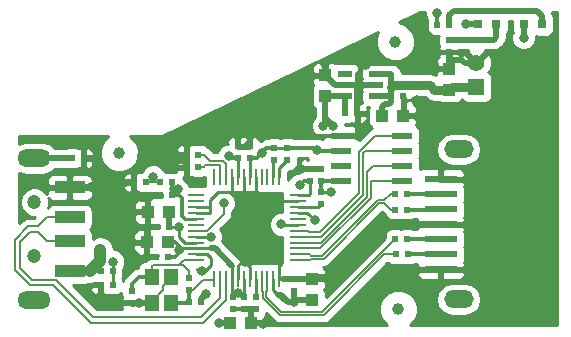
<source format=gbr>
G04 #@! TF.FileFunction,Copper,L1,Top,Mixed*
%FSLAX46Y46*%
G04 Gerber Fmt 4.6, Leading zero omitted, Abs format (unit mm)*
G04 Created by KiCad (PCBNEW no-vcs-found-undefined) date Thu Oct 27 09:39:57 2016*
%MOMM*%
%LPD*%
G01*
G04 APERTURE LIST*
%ADD10C,0.600000*%
%ADD11C,1.000000*%
%ADD12R,2.600000X1.000000*%
%ADD13C,1.200000*%
%ADD14C,0.800000*%
%ADD15O,2.800000X1.500000*%
%ADD16O,2.500000X1.500000*%
%ADD17R,2.800000X0.600000*%
%ADD18R,0.550000X0.500000*%
%ADD19R,1.016000X1.016000*%
%ADD20R,0.500000X0.550000*%
%ADD21R,0.800000X0.800000*%
%ADD22R,1.200000X0.550000*%
%ADD23R,1.800000X0.600000*%
%ADD24R,1.400000X0.254000*%
%ADD25R,0.254000X1.400000*%
%ADD26R,1.200000X1.400000*%
%ADD27R,1.400000X1.400000*%
%ADD28C,1.400000*%
%ADD29C,0.355600*%
%ADD30C,0.508000*%
%ADD31C,0.254000*%
%ADD32C,0.203200*%
%ADD33C,0.250000*%
%ADD34C,1.016000*%
%ADD35C,0.762000*%
%ADD36C,0.127000*%
G04 APERTURE END LIST*
D10*
D11*
X135100000Y-37750000D03*
X135350000Y-60400000D03*
X111700000Y-47150000D03*
D12*
X107530000Y-57150000D03*
X107530000Y-54610000D03*
X107530000Y-52610000D03*
X107530000Y-50070000D03*
D13*
X104530000Y-51310000D03*
X104530000Y-55910000D03*
D14*
X105280000Y-47610000D03*
X103780000Y-59610000D03*
X103780000Y-47610000D03*
D15*
X104530000Y-47610000D03*
D14*
X105280000Y-59610000D03*
D15*
X104530000Y-59610000D03*
D16*
X140450000Y-46850000D03*
X140450000Y-59550000D03*
D17*
X138950000Y-49390000D03*
X138950000Y-50660000D03*
X138950000Y-51930000D03*
X138950000Y-53200000D03*
X138950000Y-54470000D03*
X138950000Y-55740000D03*
X138950000Y-57010000D03*
D18*
X128800000Y-48484000D03*
X128800000Y-49500000D03*
D19*
X133961000Y-44000000D03*
X135739000Y-44000000D03*
D20*
X135758000Y-42350000D03*
X134742000Y-42350000D03*
D19*
X129150000Y-42350000D03*
X129150000Y-40572000D03*
D20*
X130834000Y-43800000D03*
X131850000Y-43800000D03*
D18*
X127850000Y-48492000D03*
X127850000Y-49508000D03*
D20*
X135092000Y-50650000D03*
X136108000Y-50650000D03*
X135092000Y-51950000D03*
X136108000Y-51950000D03*
X136108000Y-54450000D03*
X135092000Y-54450000D03*
X135142000Y-55750000D03*
X136158000Y-55750000D03*
D18*
X126550000Y-58808000D03*
X126550000Y-57792000D03*
D19*
X139650000Y-40011000D03*
X139650000Y-41789000D03*
X128050000Y-59589000D03*
X128050000Y-57811000D03*
D18*
X122250000Y-59392000D03*
X122250000Y-60408000D03*
X122750000Y-46592000D03*
X122750000Y-47608000D03*
X121750000Y-46600000D03*
X121750000Y-47616000D03*
D19*
X121061000Y-61550000D03*
X122839000Y-61550000D03*
D18*
X121350000Y-59392000D03*
X121350000Y-60408000D03*
D20*
X107692000Y-47600000D03*
X108708000Y-47600000D03*
X113958000Y-49650000D03*
X112942000Y-49650000D03*
X116208000Y-50750000D03*
X115192000Y-50750000D03*
D19*
X115889000Y-52150000D03*
X114111000Y-52150000D03*
D20*
X114942000Y-53400000D03*
X115958000Y-53400000D03*
D19*
X114061000Y-54700000D03*
X115839000Y-54700000D03*
D20*
X115858000Y-55950000D03*
X114842000Y-55950000D03*
D18*
X112800000Y-59858000D03*
X112800000Y-58842000D03*
D20*
X117592000Y-59750000D03*
X118608000Y-59750000D03*
D21*
X147500001Y-36250000D03*
X145976001Y-36250000D03*
X142126001Y-36250000D03*
X143650001Y-36250000D03*
D20*
X138642000Y-36300000D03*
X139658000Y-36300000D03*
D18*
X128800000Y-50492000D03*
X128800000Y-51508000D03*
X139650000Y-38608000D03*
X139650000Y-37592000D03*
X124800000Y-46742000D03*
X124800000Y-47758000D03*
X125950000Y-47758000D03*
X125950000Y-46742000D03*
D20*
X110142000Y-57150000D03*
X111158000Y-57150000D03*
D18*
X123250000Y-60408000D03*
X123250000Y-59392000D03*
D20*
X110142000Y-58300000D03*
X111158000Y-58300000D03*
X118408000Y-47300000D03*
X117392000Y-47300000D03*
X117392000Y-48350000D03*
X118408000Y-48350000D03*
X115200000Y-49650000D03*
X116216000Y-49650000D03*
D18*
X117600000Y-58758000D03*
X117600000Y-57742000D03*
D22*
X130850000Y-40450000D03*
X130850000Y-42350000D03*
X133450000Y-40450000D03*
X133450000Y-41400000D03*
X133450000Y-42350000D03*
D23*
X135650000Y-49505000D03*
X135650000Y-48235000D03*
X135650000Y-46965000D03*
X135650000Y-45695000D03*
X130450000Y-45695000D03*
X130450000Y-46965000D03*
X130450000Y-48235000D03*
X130450000Y-49505000D03*
D24*
X118210000Y-50740000D03*
X118210000Y-51240000D03*
X118210000Y-51740000D03*
X118210000Y-52240000D03*
X118210000Y-52740000D03*
X118210000Y-53240000D03*
X118210000Y-53740000D03*
X118210000Y-54240000D03*
X118210000Y-54740000D03*
X118210000Y-55240000D03*
X118210000Y-55740000D03*
X118210000Y-56240000D03*
D25*
X119760000Y-57790000D03*
X120260000Y-57790000D03*
X120760000Y-57790000D03*
X121260000Y-57790000D03*
X121760000Y-57790000D03*
X122260000Y-57790000D03*
X122760000Y-57790000D03*
X123260000Y-57790000D03*
X123760000Y-57790000D03*
X124260000Y-57790000D03*
X124760000Y-57790000D03*
X125260000Y-57790000D03*
D24*
X126810000Y-56240000D03*
X126810000Y-55740000D03*
X126810000Y-55240000D03*
X126810000Y-54740000D03*
X126810000Y-54240000D03*
X126810000Y-53740000D03*
X126810000Y-53240000D03*
X126810000Y-52740000D03*
X126810000Y-52240000D03*
X126810000Y-51740000D03*
X126810000Y-51240000D03*
X126810000Y-50740000D03*
D25*
X125260000Y-49190000D03*
X124760000Y-49190000D03*
X124260000Y-49190000D03*
X123760000Y-49190000D03*
X123260000Y-49190000D03*
X122760000Y-49190000D03*
X122260000Y-49190000D03*
X121760000Y-49190000D03*
X121260000Y-49190000D03*
X120760000Y-49190000D03*
X120260000Y-49190000D03*
X119760000Y-49190000D03*
D26*
X114500000Y-57650000D03*
X116100000Y-59850000D03*
X114500000Y-59850000D03*
X116100000Y-57650000D03*
D27*
X141947860Y-41558380D03*
D28*
X141945320Y-39546700D03*
D14*
X132620704Y-39700485D03*
X119050000Y-59100000D03*
X136950000Y-42650000D03*
X131900000Y-45750000D03*
X127100000Y-48500000D03*
X141750000Y-51900000D03*
X141750000Y-54900000D03*
X112126000Y-49708000D03*
X114084000Y-55950000D03*
X123900000Y-61600000D03*
X129750000Y-57650000D03*
X131700000Y-55350000D03*
X133100000Y-54000000D03*
X141750000Y-56650000D03*
X141750000Y-53200000D03*
X141750000Y-50650000D03*
X129150000Y-39650000D03*
X138375400Y-39600000D03*
X118750000Y-57150000D03*
X111069400Y-59858000D03*
X113400000Y-59858000D03*
X109700000Y-48950000D03*
X110200000Y-49708000D03*
X109338000Y-50070000D03*
X113200000Y-50691000D03*
X114111000Y-53450000D03*
X122324000Y-56400000D03*
X129000000Y-44843010D03*
X129800000Y-44843010D03*
X128450000Y-46900000D03*
X116650000Y-50250000D03*
X120200000Y-61550000D03*
X121750000Y-59017026D03*
X125400000Y-53200000D03*
X129600000Y-50500000D03*
X145950000Y-37400000D03*
X123761400Y-47150000D03*
X116750000Y-55350000D03*
X110100000Y-56200000D03*
X110100000Y-55350000D03*
X141050000Y-36200000D03*
X127000000Y-49850000D03*
X126550000Y-59750000D03*
X121000000Y-47400000D03*
X116750000Y-53400000D03*
X120550000Y-51400000D03*
X114600000Y-49150000D03*
X128250000Y-52850000D03*
X138650000Y-35300000D03*
X111200000Y-56350000D03*
X119459603Y-54264542D03*
D29*
X132721189Y-39600000D02*
X132620704Y-39700485D01*
X133600000Y-39600000D02*
X132721189Y-39600000D01*
X132220705Y-40100484D02*
X132620704Y-39700485D01*
X131850000Y-41550000D02*
X131850000Y-40471189D01*
X138375400Y-39600000D02*
X133600000Y-39600000D01*
X131850000Y-40471189D02*
X132220705Y-40100484D01*
D30*
X117392000Y-47850000D02*
X116000000Y-47850000D01*
X118650001Y-59499999D02*
X119050000Y-59100000D01*
X118608000Y-59750000D02*
X118608000Y-59542000D01*
X118608000Y-59542000D02*
X118650001Y-59499999D01*
D31*
X136384315Y-42650000D02*
X136950000Y-42650000D01*
X135758000Y-43050000D02*
X136158000Y-42650000D01*
X136158000Y-42650000D02*
X136384315Y-42650000D01*
D32*
X115450000Y-58400000D02*
X115450000Y-58800000D01*
X115450000Y-58800000D02*
X114500000Y-59750000D01*
X114500000Y-59750000D02*
X114500000Y-59850000D01*
X116100000Y-57750000D02*
X115450000Y-58400000D01*
X116100000Y-57650000D02*
X116100000Y-57750000D01*
D33*
X114650000Y-59850000D02*
X114500000Y-59850000D01*
X131705600Y-45695000D02*
X131845000Y-45695000D01*
X131845000Y-45695000D02*
X131900000Y-45750000D01*
X127850000Y-48492000D02*
X127108000Y-48492000D01*
X127108000Y-48492000D02*
X127100000Y-48500000D01*
D29*
X141750000Y-51900000D02*
X141750000Y-53200000D01*
X141750000Y-50650000D02*
X141750000Y-51900000D01*
X141750000Y-54900000D02*
X141750000Y-56650000D01*
X141750000Y-53200000D02*
X141750000Y-54900000D01*
D30*
X122839000Y-61550000D02*
X123850000Y-61550000D01*
X123850000Y-61550000D02*
X123900000Y-61600000D01*
X128050000Y-57811000D02*
X126569000Y-57811000D01*
X126569000Y-57811000D02*
X126550000Y-57792000D01*
X129750000Y-57650000D02*
X128211000Y-57650000D01*
X128211000Y-57650000D02*
X128050000Y-57811000D01*
X131700000Y-55350000D02*
X131700000Y-55700000D01*
X131700000Y-55700000D02*
X129750000Y-57650000D01*
X133100000Y-54000000D02*
X133050000Y-54000000D01*
X133050000Y-54000000D02*
X131700000Y-55350000D01*
X136942000Y-53100000D02*
X134000000Y-53100000D01*
X134000000Y-53100000D02*
X133100000Y-54000000D01*
X138950000Y-53200000D02*
X137042000Y-53200000D01*
X137042000Y-53200000D02*
X136942000Y-53100000D01*
D29*
X141750000Y-49800000D02*
X141750000Y-50650000D01*
D30*
X129150000Y-40572000D02*
X129150000Y-39650000D01*
D29*
X135758000Y-43050000D02*
X135758000Y-43981000D01*
X135758000Y-42350000D02*
X135758000Y-43050000D01*
D31*
X119450000Y-56650000D02*
X118950000Y-57150000D01*
X118950000Y-57150000D02*
X118750000Y-57150000D01*
X119450000Y-56026000D02*
X119450000Y-56650000D01*
X118210000Y-55740000D02*
X119164000Y-55740000D01*
X119164000Y-55740000D02*
X119450000Y-56026000D01*
D29*
X111850000Y-59858000D02*
X112169400Y-59858000D01*
D30*
X111850000Y-59858000D02*
X111069400Y-59858000D01*
D29*
X112800000Y-59858000D02*
X113400000Y-59858000D01*
D30*
X114500000Y-59850000D02*
X113408000Y-59850000D01*
X113408000Y-59850000D02*
X113400000Y-59858000D01*
X109700000Y-48950000D02*
X109700000Y-47834000D01*
X109700000Y-49708000D02*
X109700000Y-48950000D01*
X110200000Y-49708000D02*
X109700000Y-49708000D01*
X112126000Y-49708000D02*
X110200000Y-49708000D01*
X117392000Y-47850000D02*
X117392000Y-48350000D01*
X117392000Y-47300000D02*
X117392000Y-47850000D01*
X113200000Y-50691000D02*
X113582000Y-51073000D01*
X112942000Y-50433000D02*
X113200000Y-50691000D01*
X114161000Y-53400000D02*
X114111000Y-53450000D01*
X112942000Y-49650000D02*
X112184000Y-49650000D01*
X112184000Y-49650000D02*
X112126000Y-49708000D01*
X107530000Y-50070000D02*
X109338000Y-50070000D01*
X109338000Y-50070000D02*
X109700000Y-49708000D01*
X109700000Y-47834000D02*
X109466000Y-47600000D01*
X109466000Y-47600000D02*
X108708000Y-47600000D01*
X122839000Y-61550000D02*
X122839000Y-60534000D01*
X122839000Y-60534000D02*
X122800000Y-60495000D01*
X122800000Y-60495000D02*
X122800000Y-60408000D01*
D29*
X139650000Y-40011000D02*
X138786400Y-40011000D01*
X138786400Y-40011000D02*
X138375400Y-39600000D01*
X135758000Y-43981000D02*
X135739000Y-44000000D01*
X141150000Y-45000000D02*
X142004810Y-45854810D01*
X142004810Y-49545190D02*
X141750000Y-49800000D01*
X137602600Y-45000000D02*
X141150000Y-45000000D01*
X135739000Y-44000000D02*
X136602600Y-44000000D01*
X136602600Y-44000000D02*
X137602600Y-45000000D01*
X131850000Y-43800000D02*
X131850000Y-45550600D01*
X131850000Y-45550600D02*
X131705600Y-45695000D01*
X131705600Y-45695000D02*
X130450000Y-45695000D01*
X121750000Y-46600000D02*
X122250000Y-46600000D01*
X122250000Y-46600000D02*
X122742000Y-46600000D01*
X130450000Y-45695000D02*
X123155000Y-45695000D01*
X123155000Y-45695000D02*
X122250000Y-46600000D01*
X127850000Y-48492000D02*
X128792000Y-48492000D01*
X128792000Y-48492000D02*
X128800000Y-48484000D01*
X122742000Y-46600000D02*
X122750000Y-46592000D01*
D30*
X114061000Y-54700000D02*
X114061000Y-55927000D01*
X114061000Y-55927000D02*
X114084000Y-55950000D01*
X114084000Y-55950000D02*
X114842000Y-55950000D01*
D29*
X110142000Y-58300000D02*
X110142000Y-58930600D01*
X110142000Y-58930600D02*
X111069400Y-59858000D01*
X112169400Y-59858000D02*
X112800000Y-59858000D01*
D30*
X112942000Y-49650000D02*
X112942000Y-50433000D01*
X113582000Y-51073000D02*
X114111000Y-51073000D01*
X115192000Y-50750000D02*
X114434000Y-50750000D01*
X114434000Y-50750000D02*
X114111000Y-51073000D01*
X114111000Y-51073000D02*
X114111000Y-52150000D01*
X114111000Y-52150000D02*
X114111000Y-53450000D01*
X114111000Y-53450000D02*
X114111000Y-54650000D01*
X114942000Y-53400000D02*
X114161000Y-53400000D01*
X114111000Y-54650000D02*
X114061000Y-54700000D01*
D29*
X121350000Y-60408000D02*
X122250000Y-60408000D01*
D31*
X122800000Y-60408000D02*
X123108000Y-60408000D01*
X125260000Y-56560000D02*
X125100000Y-56400000D01*
X125100000Y-56400000D02*
X122324000Y-56400000D01*
X125260000Y-57790000D02*
X125260000Y-56560000D01*
X126810000Y-51240000D02*
X124010000Y-51240000D01*
X124010000Y-51240000D02*
X123260000Y-50490000D01*
X125260000Y-57790000D02*
X126548000Y-57790000D01*
X126548000Y-57790000D02*
X126550000Y-57792000D01*
D30*
X139650000Y-38608000D02*
X139650000Y-39250000D01*
X139650000Y-39250000D02*
X139650000Y-40011000D01*
X141945320Y-39546700D02*
X140955371Y-39546700D01*
X140955371Y-39546700D02*
X140658671Y-39250000D01*
X140658671Y-39250000D02*
X139650000Y-39250000D01*
X132000000Y-41400000D02*
X129978000Y-41400000D01*
X133450000Y-41400000D02*
X132000000Y-41400000D01*
X132000000Y-41400000D02*
X131850000Y-41550000D01*
X131850000Y-41550000D02*
X131850000Y-43800000D01*
X129978000Y-41400000D02*
X129150000Y-40572000D01*
D29*
X138950000Y-53200000D02*
X140705600Y-53200000D01*
X140705600Y-53200000D02*
X141750000Y-53200000D01*
X141750000Y-56650000D02*
X141390000Y-57010000D01*
X141390000Y-57010000D02*
X138950000Y-57010000D01*
X141340000Y-49390000D02*
X141750000Y-49800000D01*
X138950000Y-49390000D02*
X141340000Y-49390000D01*
D31*
X120050000Y-50500000D02*
X119400000Y-51150000D01*
X119400000Y-51150000D02*
X119400000Y-51750000D01*
X121250000Y-50500000D02*
X120050000Y-50500000D01*
X121250000Y-50500000D02*
X122250000Y-50500000D01*
X122250000Y-50500000D02*
X123250000Y-50500000D01*
X122260000Y-49190000D02*
X122260000Y-50144000D01*
X122260000Y-50144000D02*
X122250000Y-50154000D01*
X122250000Y-50154000D02*
X122250000Y-50500000D01*
X123250000Y-50500000D02*
X123260000Y-50490000D01*
X123260000Y-50490000D02*
X123260000Y-49190000D01*
X121250000Y-50154000D02*
X121250000Y-50500000D01*
X121260000Y-49190000D02*
X121260000Y-50144000D01*
X121260000Y-50144000D02*
X121250000Y-50154000D01*
X119400000Y-52250000D02*
X119390000Y-52240000D01*
X119390000Y-52240000D02*
X118210000Y-52240000D01*
X119400000Y-51750000D02*
X119400000Y-52250000D01*
X119174000Y-51750000D02*
X119400000Y-51750000D01*
X118210000Y-51740000D02*
X119164000Y-51740000D01*
X119164000Y-51740000D02*
X119174000Y-51750000D01*
D30*
X123250000Y-60408000D02*
X122800000Y-60408000D01*
X122800000Y-60408000D02*
X122250000Y-60408000D01*
D31*
X122050000Y-56400000D02*
X121760000Y-56690000D01*
X121760000Y-56690000D02*
X121760000Y-57790000D01*
X122324000Y-56400000D02*
X122050000Y-56400000D01*
X122760000Y-57790000D02*
X122760000Y-56836000D01*
X122760000Y-56836000D02*
X122324000Y-56400000D01*
D30*
X129150000Y-42350000D02*
X129150000Y-44193010D01*
X129150000Y-44693010D02*
X129000000Y-44843010D01*
X129150000Y-44193010D02*
X129400001Y-44443011D01*
X129150000Y-42350000D02*
X129150000Y-44693010D01*
X129400001Y-44443011D02*
X129800000Y-44843010D01*
D29*
X125950000Y-46742000D02*
X128292000Y-46742000D01*
X130450000Y-46965000D02*
X128515000Y-46965000D01*
X128292000Y-46742000D02*
X128450000Y-46900000D01*
X128515000Y-46965000D02*
X128450000Y-46900000D01*
D30*
X116650000Y-50250000D02*
X116216000Y-50250000D01*
X120200000Y-61550000D02*
X121061000Y-61550000D01*
D29*
X122250000Y-59392000D02*
X122224975Y-59417025D01*
X121350000Y-59392000D02*
X121724974Y-59017026D01*
X122149999Y-59417025D02*
X121750000Y-59017026D01*
X122224975Y-59417025D02*
X122149999Y-59417025D01*
X121724974Y-59017026D02*
X121750000Y-59017026D01*
D31*
X126810000Y-53240000D02*
X125440000Y-53240000D01*
X125440000Y-53240000D02*
X125400000Y-53200000D01*
D30*
X145950000Y-37400000D02*
X145950000Y-36276001D01*
X145950000Y-36276001D02*
X145976001Y-36250000D01*
D29*
X124169400Y-46742000D02*
X123761400Y-47150000D01*
X123761400Y-47150000D02*
X123550000Y-47361400D01*
X116216000Y-49650000D02*
X116216000Y-50250000D01*
X116216000Y-50250000D02*
X116216000Y-50742000D01*
D30*
X116960000Y-55453600D02*
X116853600Y-55453600D01*
X116853600Y-55453600D02*
X116750000Y-55350000D01*
D29*
X123550000Y-47361400D02*
X123550000Y-47438600D01*
X123550000Y-47438600D02*
X123380600Y-47608000D01*
X123380600Y-47608000D02*
X122750000Y-47608000D01*
X124800000Y-46742000D02*
X124169400Y-46742000D01*
D31*
X124800000Y-46742000D02*
X125950000Y-46742000D01*
X118210000Y-55240000D02*
X119450000Y-55240000D01*
X121251990Y-56710000D02*
X121260000Y-56710000D01*
D30*
X119450000Y-55240000D02*
X119790000Y-55240000D01*
X119790000Y-55240000D02*
X121251990Y-56701990D01*
X121251990Y-56701990D02*
X121251990Y-56710000D01*
D31*
X121260000Y-56710000D02*
X121260000Y-57790000D01*
D29*
X130450000Y-49505000D02*
X128805000Y-49505000D01*
X128805000Y-49505000D02*
X128800000Y-49500000D01*
X128800000Y-49500000D02*
X128800000Y-50492000D01*
D31*
X129450000Y-50600000D02*
X129342000Y-50492000D01*
X129342000Y-50492000D02*
X128800000Y-50492000D01*
D30*
X130850000Y-42350000D02*
X130850000Y-43784000D01*
X130850000Y-43784000D02*
X130834000Y-43800000D01*
X130850000Y-42350000D02*
X129150000Y-42350000D01*
D29*
X116216000Y-50742000D02*
X116208000Y-50750000D01*
D31*
X122750000Y-47608000D02*
X122750000Y-49180000D01*
X122750000Y-49180000D02*
X122760000Y-49190000D01*
X122260000Y-57790000D02*
X122260000Y-59382000D01*
X122260000Y-59382000D02*
X122250000Y-59392000D01*
X121260000Y-57790000D02*
X121260000Y-59348000D01*
D29*
X116960000Y-55240000D02*
X116960000Y-55453600D01*
X116960000Y-55453600D02*
X116463600Y-55950000D01*
X116463600Y-55950000D02*
X115858000Y-55950000D01*
X116940000Y-55240000D02*
X116400000Y-54700000D01*
X116400000Y-54700000D02*
X115839000Y-54700000D01*
X116960000Y-55240000D02*
X116940000Y-55240000D01*
X117260000Y-52740000D02*
X117240000Y-52740000D01*
X117240000Y-52740000D02*
X117000000Y-52500000D01*
X116813600Y-50750000D02*
X116208000Y-50750000D01*
X117000000Y-52500000D02*
X117000000Y-50936400D01*
X117000000Y-50936400D02*
X116813600Y-50750000D01*
D33*
X118210000Y-52740000D02*
X117260000Y-52740000D01*
X117260000Y-52740000D02*
X117200010Y-52680010D01*
X118210000Y-55240000D02*
X116960000Y-55240000D01*
D29*
X107530000Y-57150000D02*
X109250000Y-57150000D01*
X109250000Y-57150000D02*
X110142000Y-57150000D01*
D34*
X110100000Y-55350000D02*
X110100000Y-56300000D01*
X110100000Y-56300000D02*
X109250000Y-57150000D01*
D30*
X110100000Y-55350000D02*
X110100000Y-56200000D01*
X142126001Y-36250000D02*
X141100000Y-36250000D01*
X141100000Y-36250000D02*
X141050000Y-36200000D01*
D35*
X134750000Y-41559000D02*
X134909000Y-41400000D01*
X134909000Y-41400000D02*
X137991000Y-41400000D01*
X137991000Y-41400000D02*
X138380000Y-41789000D01*
X138380000Y-41789000D02*
X139650000Y-41789000D01*
D30*
X134750000Y-40500000D02*
X134700000Y-40450000D01*
X134700000Y-40450000D02*
X133450000Y-40450000D01*
X134750000Y-41559000D02*
X134750000Y-40500000D01*
X134742000Y-42350000D02*
X134742000Y-41567000D01*
X134742000Y-41567000D02*
X134750000Y-41559000D01*
X134550000Y-43000000D02*
X134742000Y-42808000D01*
X134742000Y-42808000D02*
X134742000Y-42350000D01*
X134200000Y-43000000D02*
X134550000Y-43000000D01*
X133961000Y-43239000D02*
X134200000Y-43000000D01*
X133961000Y-44000000D02*
X133961000Y-43239000D01*
X133450000Y-42350000D02*
X134742000Y-42350000D01*
D35*
X141947860Y-41558380D02*
X139880620Y-41558380D01*
X139880620Y-41558380D02*
X139650000Y-41789000D01*
D29*
X127850000Y-49508000D02*
X127342000Y-49508000D01*
X127342000Y-49508000D02*
X127000000Y-49850000D01*
D31*
X124760000Y-58744000D02*
X125166000Y-59150000D01*
X125166000Y-59150000D02*
X125605000Y-59589000D01*
D30*
X126550000Y-59750000D02*
X125984315Y-59750000D01*
X125984315Y-59750000D02*
X125384315Y-59150000D01*
X125384315Y-59150000D02*
X125166000Y-59150000D01*
X126550000Y-58808000D02*
X126550000Y-59750000D01*
X128050000Y-59589000D02*
X126711000Y-59589000D01*
X126711000Y-59589000D02*
X126550000Y-59750000D01*
D29*
X121750000Y-47616000D02*
X121216000Y-47616000D01*
X121216000Y-47616000D02*
X121000000Y-47400000D01*
D31*
X127850000Y-50654000D02*
X127850000Y-49508000D01*
X126810000Y-50740000D02*
X127764000Y-50740000D01*
X127764000Y-50740000D02*
X127850000Y-50654000D01*
X125605000Y-59589000D02*
X126550000Y-59589000D01*
X126550000Y-58808000D02*
X126550000Y-59589000D01*
X126550000Y-59589000D02*
X127288000Y-59589000D01*
X124760000Y-57790000D02*
X124760000Y-58744000D01*
X127288000Y-59589000D02*
X128050000Y-59589000D01*
X121750000Y-47616000D02*
X121750000Y-49180000D01*
X121750000Y-49180000D02*
X121760000Y-49190000D01*
D30*
X115958000Y-53400000D02*
X115958000Y-52219000D01*
X115958000Y-52219000D02*
X115889000Y-52150000D01*
D33*
X116750000Y-54230000D02*
X116750000Y-53400000D01*
X115958000Y-53400000D02*
X116458000Y-53400000D01*
X116458000Y-53400000D02*
X116750000Y-53400000D01*
X118210000Y-54740000D02*
X117260000Y-54740000D01*
X117260000Y-54740000D02*
X116750000Y-54230000D01*
D29*
X136108000Y-50650000D02*
X138940000Y-50650000D01*
X138940000Y-50650000D02*
X138950000Y-50660000D01*
X136108000Y-51950000D02*
X138930000Y-51950000D01*
X138930000Y-51950000D02*
X138950000Y-51930000D01*
X136108000Y-54450000D02*
X138930000Y-54450000D01*
X138930000Y-54450000D02*
X138950000Y-54470000D01*
X136158000Y-55750000D02*
X138940000Y-55750000D01*
X138940000Y-55750000D02*
X138950000Y-55740000D01*
D30*
X105280000Y-47610000D02*
X107682000Y-47610000D01*
X107682000Y-47610000D02*
X107692000Y-47600000D01*
D32*
X120550000Y-51965685D02*
X120550000Y-51400000D01*
X120550000Y-52303200D02*
X120550000Y-51965685D01*
X119113200Y-53740000D02*
X120550000Y-52303200D01*
X118210000Y-53740000D02*
X119113200Y-53740000D01*
X113958000Y-49650000D02*
X114600000Y-49650000D01*
X114600000Y-49650000D02*
X115200000Y-49650000D01*
X114600000Y-49150000D02*
X114600000Y-49650000D01*
X117098399Y-56648399D02*
X117600000Y-57150000D01*
X117600000Y-57150000D02*
X117600000Y-57742000D01*
X116748399Y-56648399D02*
X117098399Y-56648399D01*
X116748399Y-56648399D02*
X117156798Y-56240000D01*
X117156798Y-56240000D02*
X118210000Y-56240000D01*
X114500000Y-57650000D02*
X114500000Y-56746800D01*
X114500000Y-56746800D02*
X114598401Y-56648399D01*
X114598401Y-56648399D02*
X116748399Y-56648399D01*
D29*
X112800000Y-58842000D02*
X112800000Y-58236400D01*
X112800000Y-58236400D02*
X113386400Y-57650000D01*
X113386400Y-57650000D02*
X114500000Y-57650000D01*
D32*
X117600000Y-58758000D02*
X117992000Y-58758000D01*
X118800000Y-57950000D02*
X119760000Y-57950000D01*
X117992000Y-58758000D02*
X118800000Y-57950000D01*
X119760000Y-57950000D02*
X119760000Y-57790000D01*
D29*
X117600000Y-58758000D02*
X117600000Y-59842000D01*
X117600000Y-59842000D02*
X116108000Y-59842000D01*
X116108000Y-59842000D02*
X116100000Y-59850000D01*
D30*
X147500001Y-36250000D02*
X147500001Y-35550001D01*
X147500001Y-35550001D02*
X147050000Y-35100000D01*
X147050000Y-35100000D02*
X140075000Y-35100000D01*
X139658000Y-35517000D02*
X139658000Y-36300000D01*
X140075000Y-35100000D02*
X139658000Y-35517000D01*
X143408000Y-37592000D02*
X143650001Y-37349999D01*
X143650001Y-37349999D02*
X143650001Y-36250000D01*
X139650000Y-37592000D02*
X143408000Y-37592000D01*
D31*
X126810000Y-52240000D02*
X127640000Y-52240000D01*
X127640000Y-52240000D02*
X128250000Y-52850000D01*
D29*
X138642000Y-36300000D02*
X138642000Y-35308000D01*
X138642000Y-35308000D02*
X138650000Y-35300000D01*
D31*
X126810000Y-51740000D02*
X128568000Y-51740000D01*
X128568000Y-51740000D02*
X128800000Y-51508000D01*
X124760000Y-49190000D02*
X124760000Y-47798000D01*
X124760000Y-47798000D02*
X124800000Y-47758000D01*
X125260000Y-49190000D02*
X125260000Y-48448000D01*
X125260000Y-48448000D02*
X125950000Y-47758000D01*
X111158000Y-57150000D02*
X111158000Y-58300000D01*
X111200000Y-56350000D02*
X111200000Y-57108000D01*
X111200000Y-57108000D02*
X111158000Y-57150000D01*
X118210000Y-54240000D02*
X119435061Y-54240000D01*
X119435061Y-54240000D02*
X119459603Y-54264542D01*
X123260000Y-57790000D02*
X123260000Y-59382000D01*
X123260000Y-59382000D02*
X123250000Y-59392000D01*
D32*
X118408000Y-47300000D02*
X118861200Y-47300000D01*
X118861200Y-47300000D02*
X119411200Y-47850000D01*
X119411200Y-47850000D02*
X120500000Y-47850000D01*
X120500000Y-47850000D02*
X120760000Y-48110000D01*
X120760000Y-48110000D02*
X120760000Y-49110000D01*
X120760000Y-49110000D02*
X120760000Y-49190000D01*
X118408000Y-48350000D02*
X118861200Y-48350000D01*
X118861200Y-48350000D02*
X119011200Y-48200000D01*
X119011200Y-48200000D02*
X120173200Y-48200000D01*
X120173200Y-48200000D02*
X120260000Y-48286800D01*
X120260000Y-48286800D02*
X120260000Y-49190000D01*
X132990630Y-49559370D02*
X132990630Y-50981161D01*
X132990630Y-50981161D02*
X128731791Y-55240000D01*
X128731791Y-55240000D02*
X127713200Y-55240000D01*
X127713200Y-55240000D02*
X126810000Y-55240000D01*
X134541800Y-49500000D02*
X133050000Y-49500000D01*
X133050000Y-49500000D02*
X132990630Y-49559370D01*
X135650000Y-49505000D02*
X134546800Y-49505000D01*
X134546800Y-49505000D02*
X134541800Y-49500000D01*
X132660420Y-48789580D02*
X133215000Y-48235000D01*
X133215000Y-48235000D02*
X135650000Y-48235000D01*
X132660420Y-50844384D02*
X132660420Y-48789580D01*
X126810000Y-54740000D02*
X128764802Y-54740000D01*
X128764802Y-54740000D02*
X132660420Y-50844384D01*
X131587816Y-51450000D02*
X128797816Y-54240000D01*
X128797816Y-54240000D02*
X126810000Y-54240000D01*
X132551986Y-46965000D02*
X132330210Y-47186776D01*
X132330210Y-47186776D02*
X132330210Y-50707607D01*
X132330210Y-50707607D02*
X131587816Y-51450000D01*
X135650000Y-46965000D02*
X132551986Y-46965000D01*
X132000000Y-47050000D02*
X133355000Y-45695000D01*
X133355000Y-45695000D02*
X135650000Y-45695000D01*
X132000000Y-50570830D02*
X132000000Y-47050000D01*
X126810000Y-53740000D02*
X127669170Y-53740000D01*
X127669170Y-53740000D02*
X127788781Y-53859611D01*
X127788781Y-53859611D02*
X128711220Y-53859610D01*
X128711220Y-53859610D02*
X132000000Y-50570830D01*
D36*
X133597396Y-51173000D02*
X128907396Y-55863000D01*
X128907396Y-55863000D02*
X127983000Y-55863000D01*
X127983000Y-55863000D02*
X127860000Y-55740000D01*
X127860000Y-55740000D02*
X126810000Y-55740000D01*
X135092000Y-50650000D02*
X134679500Y-50650000D01*
X134679500Y-50650000D02*
X134156500Y-51173000D01*
X134156500Y-51173000D02*
X133597396Y-51173000D01*
X133702604Y-51427000D02*
X129012604Y-56117000D01*
X129012604Y-56117000D02*
X127983000Y-56117000D01*
X127983000Y-56117000D02*
X127860000Y-56240000D01*
X127860000Y-56240000D02*
X126810000Y-56240000D01*
X135092000Y-51950000D02*
X134679500Y-51950000D01*
X134679500Y-51950000D02*
X134156500Y-51427000D01*
X134156500Y-51427000D02*
X133702604Y-51427000D01*
X125402604Y-60623000D02*
X128919000Y-60623000D01*
X128919000Y-60623000D02*
X133971605Y-55570395D01*
X133971605Y-55570395D02*
X135092000Y-54450000D01*
X124137000Y-59357396D02*
X125402604Y-60623000D01*
X124260000Y-57790000D02*
X124260000Y-58840000D01*
X124260000Y-58840000D02*
X124137000Y-58963000D01*
X124137000Y-58963000D02*
X124137000Y-59357396D01*
X129024210Y-60877000D02*
X134151210Y-55750000D01*
X134151210Y-55750000D02*
X135142000Y-55750000D01*
X125297396Y-60877000D02*
X129024210Y-60877000D01*
X123883000Y-59462604D02*
X125297396Y-60877000D01*
X123760000Y-57790000D02*
X123760000Y-58840000D01*
X123760000Y-58840000D02*
X123883000Y-58963000D01*
X123883000Y-58963000D02*
X123883000Y-59462604D01*
D32*
X120281400Y-58861400D02*
X120281400Y-59445312D01*
X120260000Y-57790000D02*
X120260000Y-58840000D01*
X104808600Y-53838600D02*
X105580000Y-54610000D01*
X120260000Y-58840000D02*
X120281400Y-58861400D01*
X103328600Y-54694688D02*
X104184688Y-53838600D01*
X120281400Y-59445312D02*
X118655312Y-61071400D01*
X103328600Y-56905312D02*
X103328600Y-54694688D01*
X118655312Y-61071400D02*
X109508086Y-61071400D01*
X109508086Y-61071400D02*
X106331486Y-57894800D01*
X106331486Y-57894800D02*
X104318088Y-57894800D01*
X104318088Y-57894800D02*
X103328600Y-56905312D01*
X104184688Y-53838600D02*
X104808600Y-53838600D01*
X105580000Y-54610000D02*
X107530000Y-54610000D01*
X102871400Y-54505312D02*
X103995312Y-53381400D01*
X102871400Y-57094688D02*
X102871400Y-54505312D01*
X118844688Y-61528600D02*
X109318710Y-61528600D01*
X120738600Y-58861400D02*
X120738600Y-59634688D01*
X104128712Y-58352000D02*
X102871400Y-57094688D01*
X120760000Y-57790000D02*
X120760000Y-58840000D01*
X120760000Y-58840000D02*
X120738600Y-58861400D01*
X120738600Y-59634688D02*
X118844688Y-61528600D01*
X109318710Y-61528600D02*
X106142110Y-58352000D01*
X106142110Y-58352000D02*
X104128712Y-58352000D01*
X103995312Y-53381400D02*
X104808600Y-53381400D01*
X104808600Y-53381400D02*
X105580000Y-52610000D01*
X105580000Y-52610000D02*
X107530000Y-52610000D01*
D31*
G36*
X137614821Y-35504971D02*
X137772058Y-35885515D01*
X137772264Y-35885721D01*
X137744560Y-36025000D01*
X137744560Y-36575000D01*
X137793843Y-36822765D01*
X137934191Y-37032809D01*
X138144235Y-37173157D01*
X138392000Y-37222440D01*
X138751342Y-37222440D01*
X138727560Y-37342000D01*
X138727560Y-37842000D01*
X138776843Y-38089765D01*
X138790390Y-38110039D01*
X138740000Y-38231691D01*
X138740000Y-38324250D01*
X138898750Y-38483000D01*
X139342624Y-38483000D01*
X139375000Y-38489440D01*
X139925000Y-38489440D01*
X139957376Y-38483000D01*
X140401250Y-38483000D01*
X140403250Y-38481000D01*
X141223859Y-38481000D01*
X141189651Y-38611425D01*
X141945320Y-39367095D01*
X142700989Y-38611425D01*
X142666781Y-38481000D01*
X143408000Y-38481000D01*
X143748206Y-38413329D01*
X144036618Y-38220618D01*
X144278619Y-37978617D01*
X144309630Y-37932206D01*
X144471330Y-37690205D01*
X144539001Y-37349999D01*
X144539001Y-37061129D01*
X144648158Y-36897765D01*
X144697441Y-36650000D01*
X144697441Y-35989000D01*
X144928561Y-35989000D01*
X144928561Y-36650000D01*
X144977844Y-36897765D01*
X145014861Y-36953164D01*
X144915180Y-37193223D01*
X144914821Y-37604971D01*
X145072058Y-37985515D01*
X145362954Y-38276919D01*
X145743223Y-38434820D01*
X146154971Y-38435179D01*
X146535515Y-38277942D01*
X146826919Y-37987046D01*
X146984820Y-37606777D01*
X146985110Y-37274587D01*
X147100001Y-37297440D01*
X147900001Y-37297440D01*
X148147766Y-37248157D01*
X148357810Y-37107809D01*
X148498158Y-36897765D01*
X148547441Y-36650000D01*
X148547441Y-35850000D01*
X148498158Y-35602235D01*
X148357810Y-35392191D01*
X148357581Y-35392038D01*
X148331715Y-35262000D01*
X148738000Y-35262000D01*
X148738000Y-61738000D01*
X136335246Y-61738000D01*
X136742055Y-61331900D01*
X136992714Y-60728247D01*
X136993284Y-60074621D01*
X136776516Y-59550000D01*
X138528071Y-59550000D01*
X138633498Y-60080017D01*
X138933728Y-60529343D01*
X139383054Y-60829573D01*
X139913071Y-60935000D01*
X140986929Y-60935000D01*
X141516946Y-60829573D01*
X141966272Y-60529343D01*
X142266502Y-60080017D01*
X142371929Y-59550000D01*
X142266502Y-59019983D01*
X141966272Y-58570657D01*
X141516946Y-58270427D01*
X140986929Y-58165000D01*
X139913071Y-58165000D01*
X139383054Y-58270427D01*
X138933728Y-58570657D01*
X138633498Y-59019983D01*
X138528071Y-59550000D01*
X136776516Y-59550000D01*
X136743680Y-59470531D01*
X136281900Y-59007945D01*
X135678247Y-58757286D01*
X135024621Y-58756716D01*
X134420531Y-59006320D01*
X133957945Y-59468100D01*
X133707286Y-60071753D01*
X133706716Y-60725379D01*
X133956320Y-61329469D01*
X134364139Y-61738000D01*
X123884250Y-61738000D01*
X123823250Y-61677000D01*
X122966000Y-61677000D01*
X122966000Y-61697000D01*
X122712000Y-61697000D01*
X122712000Y-61677000D01*
X122692000Y-61677000D01*
X122692000Y-61423000D01*
X122712000Y-61423000D01*
X122712000Y-61267861D01*
X122750000Y-61252121D01*
X122848690Y-61293000D01*
X122964250Y-61293000D01*
X122966000Y-61291250D01*
X122966000Y-61423000D01*
X123823250Y-61423000D01*
X123982000Y-61264250D01*
X123982000Y-61099025D01*
X124063327Y-61017698D01*
X124160000Y-60784309D01*
X124160000Y-60727432D01*
X124803482Y-61370914D01*
X125030091Y-61522330D01*
X125297396Y-61575500D01*
X129024210Y-61575500D01*
X129291515Y-61522330D01*
X129518124Y-61370914D01*
X133593288Y-57295750D01*
X136915000Y-57295750D01*
X136915000Y-57436309D01*
X137011673Y-57669698D01*
X137190301Y-57848327D01*
X137423690Y-57945000D01*
X138664250Y-57945000D01*
X138823000Y-57786250D01*
X138823000Y-57137000D01*
X139077000Y-57137000D01*
X139077000Y-57786250D01*
X139235750Y-57945000D01*
X140476310Y-57945000D01*
X140709699Y-57848327D01*
X140888327Y-57669698D01*
X140985000Y-57436309D01*
X140985000Y-57295750D01*
X140826250Y-57137000D01*
X139077000Y-57137000D01*
X138823000Y-57137000D01*
X137073750Y-57137000D01*
X136915000Y-57295750D01*
X133593288Y-57295750D01*
X134422991Y-56466047D01*
X134434191Y-56482809D01*
X134644235Y-56623157D01*
X134892000Y-56672440D01*
X135392000Y-56672440D01*
X135639765Y-56623157D01*
X135650000Y-56616318D01*
X135660235Y-56623157D01*
X135908000Y-56672440D01*
X136408000Y-56672440D01*
X136655765Y-56623157D01*
X136746095Y-56562800D01*
X136923653Y-56562800D01*
X136915000Y-56583691D01*
X136915000Y-56724250D01*
X137073750Y-56883000D01*
X138823000Y-56883000D01*
X138823000Y-56863000D01*
X139077000Y-56863000D01*
X139077000Y-56883000D01*
X140826250Y-56883000D01*
X140985000Y-56724250D01*
X140985000Y-56583691D01*
X140895232Y-56366972D01*
X140948157Y-56287765D01*
X140997440Y-56040000D01*
X140997440Y-55440000D01*
X140948157Y-55192235D01*
X140889868Y-55105000D01*
X140948157Y-55017765D01*
X140997440Y-54770000D01*
X140997440Y-54170000D01*
X140948157Y-53922235D01*
X140895232Y-53843028D01*
X140985000Y-53626309D01*
X140985000Y-53485750D01*
X140826250Y-53327000D01*
X139077000Y-53327000D01*
X139077000Y-53347000D01*
X138823000Y-53347000D01*
X138823000Y-53327000D01*
X137073750Y-53327000D01*
X136915000Y-53485750D01*
X136915000Y-53626309D01*
X136919511Y-53637200D01*
X136696095Y-53637200D01*
X136605765Y-53576843D01*
X136358000Y-53527560D01*
X135858000Y-53527560D01*
X135610235Y-53576843D01*
X135600000Y-53583682D01*
X135589765Y-53576843D01*
X135342000Y-53527560D01*
X134842000Y-53527560D01*
X134594235Y-53576843D01*
X134384191Y-53717191D01*
X134243843Y-53927235D01*
X134194560Y-54175000D01*
X134194560Y-54359612D01*
X129205440Y-59348732D01*
X129205440Y-59081000D01*
X129156157Y-58833235D01*
X129070293Y-58704732D01*
X129096327Y-58678698D01*
X129193000Y-58445309D01*
X129193000Y-58096750D01*
X129034250Y-57938000D01*
X128177000Y-57938000D01*
X128177000Y-57958000D01*
X127923000Y-57958000D01*
X127923000Y-57938000D01*
X127322250Y-57938000D01*
X127301250Y-57917000D01*
X126857376Y-57917000D01*
X126825000Y-57910560D01*
X126275000Y-57910560D01*
X126242624Y-57917000D01*
X125534440Y-57917000D01*
X125534440Y-57663000D01*
X125794750Y-57663000D01*
X125798750Y-57667000D01*
X126423000Y-57667000D01*
X126423000Y-57645000D01*
X126677000Y-57645000D01*
X126677000Y-57667000D01*
X127048750Y-57667000D01*
X127065750Y-57684000D01*
X127923000Y-57684000D01*
X127923000Y-57664000D01*
X128177000Y-57664000D01*
X128177000Y-57684000D01*
X129034250Y-57684000D01*
X129193000Y-57525250D01*
X129193000Y-57176691D01*
X129096327Y-56943302D01*
X128968526Y-56815500D01*
X129012604Y-56815500D01*
X129279909Y-56762330D01*
X129506518Y-56610914D01*
X133929552Y-52187880D01*
X134185586Y-52443914D01*
X134256005Y-52490967D01*
X134384191Y-52682809D01*
X134594235Y-52823157D01*
X134842000Y-52872440D01*
X135342000Y-52872440D01*
X135589765Y-52823157D01*
X135600000Y-52816318D01*
X135610235Y-52823157D01*
X135858000Y-52872440D01*
X136358000Y-52872440D01*
X136605765Y-52823157D01*
X136696095Y-52762800D01*
X136919511Y-52762800D01*
X136915000Y-52773691D01*
X136915000Y-52914250D01*
X137073750Y-53073000D01*
X138823000Y-53073000D01*
X138823000Y-53053000D01*
X139077000Y-53053000D01*
X139077000Y-53073000D01*
X140826250Y-53073000D01*
X140985000Y-52914250D01*
X140985000Y-52773691D01*
X140895232Y-52556972D01*
X140948157Y-52477765D01*
X140997440Y-52230000D01*
X140997440Y-51630000D01*
X140948157Y-51382235D01*
X140889868Y-51295000D01*
X140948157Y-51207765D01*
X140997440Y-50960000D01*
X140997440Y-50360000D01*
X140948157Y-50112235D01*
X140895232Y-50033028D01*
X140985000Y-49816309D01*
X140985000Y-49675750D01*
X140826250Y-49517000D01*
X139077000Y-49517000D01*
X139077000Y-49537000D01*
X138823000Y-49537000D01*
X138823000Y-49517000D01*
X138803000Y-49517000D01*
X138803000Y-49263000D01*
X138823000Y-49263000D01*
X138823000Y-48613750D01*
X139077000Y-48613750D01*
X139077000Y-49263000D01*
X140826250Y-49263000D01*
X140985000Y-49104250D01*
X140985000Y-48963691D01*
X140888327Y-48730302D01*
X140709699Y-48551673D01*
X140476310Y-48455000D01*
X139235750Y-48455000D01*
X139077000Y-48613750D01*
X138823000Y-48613750D01*
X138664250Y-48455000D01*
X137423690Y-48455000D01*
X137194467Y-48549947D01*
X137197440Y-48535000D01*
X137197440Y-47935000D01*
X137148157Y-47687235D01*
X137089868Y-47600000D01*
X137148157Y-47512765D01*
X137197440Y-47265000D01*
X137197440Y-46850000D01*
X138528071Y-46850000D01*
X138633498Y-47380017D01*
X138933728Y-47829343D01*
X139383054Y-48129573D01*
X139913071Y-48235000D01*
X140986929Y-48235000D01*
X141516946Y-48129573D01*
X141966272Y-47829343D01*
X142266502Y-47380017D01*
X142371929Y-46850000D01*
X142266502Y-46319983D01*
X141966272Y-45870657D01*
X141516946Y-45570427D01*
X140986929Y-45465000D01*
X139913071Y-45465000D01*
X139383054Y-45570427D01*
X138933728Y-45870657D01*
X138633498Y-46319983D01*
X138528071Y-46850000D01*
X137197440Y-46850000D01*
X137197440Y-46665000D01*
X137148157Y-46417235D01*
X137089868Y-46330000D01*
X137148157Y-46242765D01*
X137197440Y-45995000D01*
X137197440Y-45395000D01*
X137148157Y-45147235D01*
X137007809Y-44937191D01*
X136811011Y-44805693D01*
X136882000Y-44634310D01*
X136882000Y-44285750D01*
X136723250Y-44127000D01*
X135866000Y-44127000D01*
X135866000Y-44147000D01*
X135612000Y-44147000D01*
X135612000Y-44127000D01*
X135592000Y-44127000D01*
X135592000Y-43873000D01*
X135612000Y-43873000D01*
X135612000Y-43122250D01*
X135633000Y-43101250D01*
X135633000Y-42657376D01*
X135639440Y-42625000D01*
X135639440Y-42416000D01*
X135905000Y-42416000D01*
X135905000Y-42477000D01*
X135883000Y-42477000D01*
X135883000Y-42998750D01*
X135866000Y-43015750D01*
X135866000Y-43873000D01*
X136723250Y-43873000D01*
X136882000Y-43714250D01*
X136882000Y-43365690D01*
X136785327Y-43132301D01*
X136606698Y-42953673D01*
X136566138Y-42936872D01*
X136643000Y-42751310D01*
X136643000Y-42635750D01*
X136484252Y-42477002D01*
X136643000Y-42477002D01*
X136643000Y-42416000D01*
X137570159Y-42416000D01*
X137661579Y-42507420D01*
X137991193Y-42727662D01*
X138055700Y-42740493D01*
X138380000Y-42805000D01*
X138759307Y-42805000D01*
X138894235Y-42895157D01*
X139142000Y-42944440D01*
X140158000Y-42944440D01*
X140405765Y-42895157D01*
X140615809Y-42754809D01*
X140715833Y-42605114D01*
X140790051Y-42716189D01*
X141000095Y-42856537D01*
X141247860Y-42905820D01*
X142647860Y-42905820D01*
X142895625Y-42856537D01*
X143105669Y-42716189D01*
X143246017Y-42506145D01*
X143295300Y-42258380D01*
X143295300Y-40858380D01*
X143246017Y-40610615D01*
X143105669Y-40400571D01*
X142936684Y-40287658D01*
X143116362Y-40240531D01*
X143292739Y-39739578D01*
X143263984Y-39209260D01*
X143116362Y-38852869D01*
X142880595Y-38791031D01*
X142124925Y-39546700D01*
X142139068Y-39560842D01*
X141959462Y-39740448D01*
X141945320Y-39726305D01*
X141931178Y-39740448D01*
X141751573Y-39560843D01*
X141765715Y-39546700D01*
X141010045Y-38791031D01*
X140774278Y-38852869D01*
X140678351Y-39125326D01*
X140553362Y-39000336D01*
X140560000Y-38984309D01*
X140560000Y-38891750D01*
X140401250Y-38733000D01*
X139777000Y-38733000D01*
X139777000Y-39884000D01*
X139797000Y-39884000D01*
X139797000Y-40138000D01*
X139777000Y-40138000D01*
X139777000Y-40158000D01*
X139523000Y-40158000D01*
X139523000Y-40138000D01*
X138665750Y-40138000D01*
X138507000Y-40296750D01*
X138507000Y-40546326D01*
X138379807Y-40461338D01*
X138297669Y-40445000D01*
X137991000Y-40384000D01*
X135615927Y-40384000D01*
X135571330Y-40159795D01*
X135378618Y-39871382D01*
X135328618Y-39821382D01*
X135040206Y-39628671D01*
X134700000Y-39561000D01*
X134218116Y-39561000D01*
X134050000Y-39527560D01*
X132850000Y-39527560D01*
X132602235Y-39576843D01*
X132392191Y-39717191D01*
X132251843Y-39927235D01*
X132202560Y-40175000D01*
X132202560Y-40725000D01*
X132243374Y-40930189D01*
X132215000Y-40998690D01*
X132215000Y-41114250D01*
X132373750Y-41273000D01*
X132527170Y-41273000D01*
X132602235Y-41323157D01*
X132850000Y-41372440D01*
X133597000Y-41372440D01*
X133597000Y-41427560D01*
X132850000Y-41427560D01*
X132602235Y-41476843D01*
X132527170Y-41527000D01*
X132373750Y-41527000D01*
X132215000Y-41685750D01*
X132215000Y-41801310D01*
X132243374Y-41869811D01*
X132202560Y-42075000D01*
X132202560Y-42625000D01*
X132251843Y-42872765D01*
X132277538Y-42911220D01*
X132226309Y-42890000D01*
X132133750Y-42890000D01*
X131977002Y-43046748D01*
X131977002Y-42979255D01*
X132048157Y-42872765D01*
X132097440Y-42625000D01*
X132097440Y-42075000D01*
X132048157Y-41827235D01*
X131907809Y-41617191D01*
X131697765Y-41476843D01*
X131450000Y-41427560D01*
X130250000Y-41427560D01*
X130196987Y-41438105D01*
X130226151Y-41367696D01*
X130250000Y-41372440D01*
X131450000Y-41372440D01*
X131697765Y-41323157D01*
X131907809Y-41182809D01*
X132048157Y-40972765D01*
X132097440Y-40725000D01*
X132097440Y-40175000D01*
X132048157Y-39927235D01*
X131907809Y-39717191D01*
X131697765Y-39576843D01*
X131450000Y-39527560D01*
X130250000Y-39527560D01*
X130057814Y-39565788D01*
X130017699Y-39525673D01*
X129784310Y-39429000D01*
X129435750Y-39429000D01*
X129277000Y-39587750D01*
X129277000Y-40445000D01*
X129297000Y-40445000D01*
X129297000Y-40699000D01*
X129277000Y-40699000D01*
X129277000Y-40719000D01*
X129023000Y-40719000D01*
X129023000Y-40699000D01*
X128165750Y-40699000D01*
X128007000Y-40857750D01*
X128007000Y-41206309D01*
X128103673Y-41439698D01*
X128129707Y-41465732D01*
X128043843Y-41594235D01*
X127994560Y-41842000D01*
X127994560Y-42858000D01*
X128043843Y-43105765D01*
X128184191Y-43315809D01*
X128261000Y-43367132D01*
X128261000Y-44118285D01*
X128123081Y-44255964D01*
X127965180Y-44636233D01*
X127964821Y-45047981D01*
X128122058Y-45428525D01*
X128412954Y-45719929D01*
X128793223Y-45877830D01*
X129017724Y-45878026D01*
X128920898Y-45974852D01*
X128656777Y-45865180D01*
X128245029Y-45864821D01*
X128089219Y-45929200D01*
X126525680Y-45929200D01*
X126472765Y-45893843D01*
X126225000Y-45844560D01*
X125675000Y-45844560D01*
X125427235Y-45893843D01*
X125375000Y-45928746D01*
X125322765Y-45893843D01*
X125075000Y-45844560D01*
X124525000Y-45844560D01*
X124277235Y-45893843D01*
X124224320Y-45929200D01*
X124169400Y-45929200D01*
X123902440Y-45982302D01*
X123858355Y-45991071D01*
X123672998Y-46114923D01*
X123618241Y-46114875D01*
X123563327Y-45982302D01*
X123384699Y-45803673D01*
X123151310Y-45707000D01*
X123035750Y-45707000D01*
X122877000Y-45865750D01*
X122877000Y-46467000D01*
X122897000Y-46467000D01*
X122897000Y-46550457D01*
X122884481Y-46562954D01*
X122823190Y-46710560D01*
X122475000Y-46710560D01*
X122442624Y-46717000D01*
X121998750Y-46717000D01*
X121997190Y-46718560D01*
X121782184Y-46718560D01*
X121603000Y-46539063D01*
X121603000Y-46475000D01*
X121623000Y-46475000D01*
X121623000Y-46215691D01*
X121840000Y-46215691D01*
X121840000Y-46308250D01*
X121877000Y-46345250D01*
X121877000Y-46475000D01*
X122501250Y-46475000D01*
X122509250Y-46467000D01*
X122623000Y-46467000D01*
X122623000Y-46353250D01*
X122660000Y-46316250D01*
X122660000Y-46223691D01*
X122623000Y-46134365D01*
X122623000Y-45865750D01*
X122464250Y-45707000D01*
X122348690Y-45707000D01*
X122240343Y-45751879D01*
X122151310Y-45715000D01*
X122035750Y-45715000D01*
X121877000Y-45873750D01*
X121877000Y-46126365D01*
X121840000Y-46215691D01*
X121623000Y-46215691D01*
X121623000Y-45873750D01*
X121464250Y-45715000D01*
X121348690Y-45715000D01*
X121115301Y-45811673D01*
X120936673Y-45990302D01*
X120840000Y-46223691D01*
X120840000Y-46316250D01*
X120888653Y-46364903D01*
X120795029Y-46364821D01*
X120414485Y-46522058D01*
X120123081Y-46812954D01*
X119998325Y-47113400D01*
X119716310Y-47113400D01*
X119382055Y-46779145D01*
X119156916Y-46628712D01*
X119115809Y-46567191D01*
X118905765Y-46426843D01*
X118658000Y-46377560D01*
X118158000Y-46377560D01*
X117910235Y-46426843D01*
X117889961Y-46440390D01*
X117768309Y-46390000D01*
X117675750Y-46390000D01*
X117517000Y-46548750D01*
X117517000Y-46992624D01*
X117510560Y-47025000D01*
X117510560Y-47575000D01*
X117517000Y-47607376D01*
X117517000Y-48042624D01*
X117510560Y-48075000D01*
X117510560Y-48625000D01*
X117517000Y-48657376D01*
X117517000Y-49101250D01*
X117675750Y-49260000D01*
X117768309Y-49260000D01*
X117889961Y-49209610D01*
X117910235Y-49223157D01*
X118158000Y-49272440D01*
X118658000Y-49272440D01*
X118905765Y-49223157D01*
X118985560Y-49169839D01*
X118985560Y-49890000D01*
X119004322Y-49984322D01*
X118910000Y-49965560D01*
X117652343Y-49965560D01*
X117527942Y-49664485D01*
X117237046Y-49373081D01*
X117101896Y-49316962D01*
X117090565Y-49260000D01*
X117108250Y-49260000D01*
X117267000Y-49101250D01*
X117267000Y-48477000D01*
X116665750Y-48477000D01*
X116507000Y-48635750D01*
X116507000Y-48735715D01*
X116466000Y-48727560D01*
X115966000Y-48727560D01*
X115718235Y-48776843D01*
X115708000Y-48783682D01*
X115697765Y-48776843D01*
X115553859Y-48748219D01*
X115477942Y-48564485D01*
X115187046Y-48273081D01*
X114806777Y-48115180D01*
X114395029Y-48114821D01*
X114014485Y-48272058D01*
X113723081Y-48562954D01*
X113649935Y-48739110D01*
X113460235Y-48776843D01*
X113439961Y-48790390D01*
X113318309Y-48740000D01*
X113225750Y-48740000D01*
X113067000Y-48898750D01*
X113067000Y-49342624D01*
X113060560Y-49375000D01*
X113060560Y-49925000D01*
X113067000Y-49957376D01*
X113067000Y-50401250D01*
X113225750Y-50560000D01*
X113318309Y-50560000D01*
X113439961Y-50509610D01*
X113460235Y-50523157D01*
X113708000Y-50572440D01*
X114208000Y-50572440D01*
X114380815Y-50538065D01*
X114465750Y-50623000D01*
X115067000Y-50623000D01*
X115067000Y-50603000D01*
X115310560Y-50603000D01*
X115310560Y-50897000D01*
X115067000Y-50897000D01*
X115067000Y-50877000D01*
X114465750Y-50877000D01*
X114307000Y-51035750D01*
X114307000Y-51096750D01*
X114238000Y-51165750D01*
X114238000Y-52023000D01*
X114258000Y-52023000D01*
X114258000Y-52277000D01*
X114238000Y-52277000D01*
X114238000Y-52680974D01*
X114153673Y-52765301D01*
X114057000Y-52998690D01*
X114057000Y-53114250D01*
X114215750Y-53273000D01*
X114376750Y-53273000D01*
X114396750Y-53293000D01*
X114745309Y-53293000D01*
X114793593Y-53273000D01*
X114817000Y-53273000D01*
X114817000Y-53263305D01*
X114841878Y-53253000D01*
X115060560Y-53253000D01*
X115060560Y-53547000D01*
X114817000Y-53547000D01*
X114817000Y-53527000D01*
X114215750Y-53527000D01*
X114057000Y-53685750D01*
X114057000Y-53801310D01*
X114153673Y-54034699D01*
X114188000Y-54069026D01*
X114188000Y-54573000D01*
X114208000Y-54573000D01*
X114208000Y-54827000D01*
X114188000Y-54827000D01*
X114188000Y-55180975D01*
X114053673Y-55315301D01*
X113957000Y-55548690D01*
X113957000Y-55664250D01*
X114115750Y-55823000D01*
X114326750Y-55823000D01*
X114346750Y-55843000D01*
X114695309Y-55843000D01*
X114791877Y-55803000D01*
X114960560Y-55803000D01*
X114960560Y-55911799D01*
X114598401Y-55911799D01*
X114316516Y-55967869D01*
X114153190Y-56077000D01*
X114115750Y-56077000D01*
X113957000Y-56235750D01*
X113957000Y-56259087D01*
X113927952Y-56302560D01*
X113900000Y-56302560D01*
X113652235Y-56351843D01*
X113442191Y-56492191D01*
X113301843Y-56702235D01*
X113270408Y-56860272D01*
X113075355Y-56899071D01*
X112811664Y-57075263D01*
X112225264Y-57661664D01*
X112049071Y-57925355D01*
X112042345Y-57959168D01*
X112006157Y-57777235D01*
X111971254Y-57725000D01*
X112006157Y-57672765D01*
X112055440Y-57425000D01*
X112055440Y-56958488D01*
X112076919Y-56937046D01*
X112234820Y-56556777D01*
X112235179Y-56145029D01*
X112077942Y-55764485D01*
X111787046Y-55473081D01*
X111406777Y-55315180D01*
X111236044Y-55315031D01*
X111170546Y-54985750D01*
X112918000Y-54985750D01*
X112918000Y-55334310D01*
X113014673Y-55567699D01*
X113193302Y-55746327D01*
X113426691Y-55843000D01*
X113775250Y-55843000D01*
X113934000Y-55684250D01*
X113934000Y-54827000D01*
X113076750Y-54827000D01*
X112918000Y-54985750D01*
X111170546Y-54985750D01*
X111155994Y-54912593D01*
X110908223Y-54541777D01*
X110537407Y-54294006D01*
X110100000Y-54207000D01*
X109662593Y-54294006D01*
X109477440Y-54417721D01*
X109477440Y-54110000D01*
X109468627Y-54065690D01*
X112918000Y-54065690D01*
X112918000Y-54414250D01*
X113076750Y-54573000D01*
X113934000Y-54573000D01*
X113934000Y-53715750D01*
X113775250Y-53557000D01*
X113426691Y-53557000D01*
X113193302Y-53653673D01*
X113014673Y-53832301D01*
X112918000Y-54065690D01*
X109468627Y-54065690D01*
X109428157Y-53862235D01*
X109287809Y-53652191D01*
X109224666Y-53610000D01*
X109287809Y-53567809D01*
X109428157Y-53357765D01*
X109477440Y-53110000D01*
X109477440Y-52435750D01*
X112968000Y-52435750D01*
X112968000Y-52784310D01*
X113064673Y-53017699D01*
X113243302Y-53196327D01*
X113476691Y-53293000D01*
X113825250Y-53293000D01*
X113984000Y-53134250D01*
X113984000Y-52277000D01*
X113126750Y-52277000D01*
X112968000Y-52435750D01*
X109477440Y-52435750D01*
X109477440Y-52110000D01*
X109428157Y-51862235D01*
X109287809Y-51652191D01*
X109083523Y-51515690D01*
X112968000Y-51515690D01*
X112968000Y-51864250D01*
X113126750Y-52023000D01*
X113984000Y-52023000D01*
X113984000Y-51165750D01*
X113825250Y-51007000D01*
X113476691Y-51007000D01*
X113243302Y-51103673D01*
X113064673Y-51282301D01*
X112968000Y-51515690D01*
X109083523Y-51515690D01*
X109077765Y-51511843D01*
X108830000Y-51462560D01*
X106230000Y-51462560D01*
X105982235Y-51511843D01*
X105772191Y-51652191D01*
X105647922Y-51838171D01*
X105764785Y-51556734D01*
X105765214Y-51065421D01*
X105721429Y-50959455D01*
X105870301Y-51108327D01*
X106103690Y-51205000D01*
X107244250Y-51205000D01*
X107403000Y-51046250D01*
X107403000Y-50197000D01*
X107657000Y-50197000D01*
X107657000Y-51046250D01*
X107815750Y-51205000D01*
X108956310Y-51205000D01*
X109189699Y-51108327D01*
X109368327Y-50929698D01*
X109465000Y-50696309D01*
X109465000Y-50355750D01*
X109306250Y-50197000D01*
X107657000Y-50197000D01*
X107403000Y-50197000D01*
X105753750Y-50197000D01*
X105595000Y-50355750D01*
X105595000Y-50653473D01*
X105577592Y-50611343D01*
X105230485Y-50263629D01*
X104776734Y-50075215D01*
X104285421Y-50074786D01*
X103831343Y-50262408D01*
X103483629Y-50609515D01*
X103295215Y-51063266D01*
X103294786Y-51554579D01*
X103482408Y-52008657D01*
X103829515Y-52356371D01*
X104283266Y-52544785D01*
X104603226Y-52545064D01*
X104503490Y-52644800D01*
X103995312Y-52644800D01*
X103713427Y-52700870D01*
X103548539Y-52811045D01*
X103474457Y-52860545D01*
X103262000Y-53073002D01*
X103262000Y-49443691D01*
X105595000Y-49443691D01*
X105595000Y-49784250D01*
X105753750Y-49943000D01*
X107403000Y-49943000D01*
X107403000Y-49093750D01*
X107657000Y-49093750D01*
X107657000Y-49943000D01*
X109306250Y-49943000D01*
X109313500Y-49935750D01*
X112057000Y-49935750D01*
X112057000Y-50051310D01*
X112153673Y-50284699D01*
X112332302Y-50463327D01*
X112565691Y-50560000D01*
X112658250Y-50560000D01*
X112817000Y-50401250D01*
X112817000Y-49777000D01*
X112215750Y-49777000D01*
X112057000Y-49935750D01*
X109313500Y-49935750D01*
X109465000Y-49784250D01*
X109465000Y-49443691D01*
X109384228Y-49248690D01*
X112057000Y-49248690D01*
X112057000Y-49364250D01*
X112215750Y-49523000D01*
X112817000Y-49523000D01*
X112817000Y-48898750D01*
X112658250Y-48740000D01*
X112565691Y-48740000D01*
X112332302Y-48836673D01*
X112153673Y-49015301D01*
X112057000Y-49248690D01*
X109384228Y-49248690D01*
X109368327Y-49210302D01*
X109189699Y-49031673D01*
X108956310Y-48935000D01*
X107815750Y-48935000D01*
X107657000Y-49093750D01*
X107403000Y-49093750D01*
X107244250Y-48935000D01*
X106103690Y-48935000D01*
X105870301Y-49031673D01*
X105691673Y-49210302D01*
X105595000Y-49443691D01*
X103262000Y-49443691D01*
X103262000Y-48857424D01*
X103310115Y-48889573D01*
X103840132Y-48995000D01*
X105219868Y-48995000D01*
X105749885Y-48889573D01*
X106199211Y-48589343D01*
X106259576Y-48499000D01*
X107324158Y-48499000D01*
X107442000Y-48522440D01*
X107942000Y-48522440D01*
X108189765Y-48473157D01*
X108210039Y-48459610D01*
X108331691Y-48510000D01*
X108424250Y-48510000D01*
X108583000Y-48351250D01*
X108583000Y-47907376D01*
X108589440Y-47875000D01*
X108589440Y-47727000D01*
X108833000Y-47727000D01*
X108833000Y-48351250D01*
X108991750Y-48510000D01*
X109084309Y-48510000D01*
X109317698Y-48413327D01*
X109496327Y-48234699D01*
X109593000Y-48001310D01*
X109593000Y-47885750D01*
X109434250Y-47727000D01*
X108833000Y-47727000D01*
X108589440Y-47727000D01*
X108589440Y-47325000D01*
X108583000Y-47292624D01*
X108583000Y-46848750D01*
X108833000Y-46848750D01*
X108833000Y-47473000D01*
X109434250Y-47473000D01*
X109593000Y-47314250D01*
X109593000Y-47198690D01*
X109496327Y-46965301D01*
X109317698Y-46786673D01*
X109084309Y-46690000D01*
X108991750Y-46690000D01*
X108833000Y-46848750D01*
X108583000Y-46848750D01*
X108424250Y-46690000D01*
X108331691Y-46690000D01*
X108210039Y-46740390D01*
X108189765Y-46726843D01*
X107942000Y-46677560D01*
X107442000Y-46677560D01*
X107223610Y-46721000D01*
X106259576Y-46721000D01*
X106199211Y-46630657D01*
X105749885Y-46330427D01*
X105219868Y-46225000D01*
X103840132Y-46225000D01*
X103310115Y-46330427D01*
X103262000Y-46362576D01*
X103262000Y-45762000D01*
X110764841Y-45762000D01*
X110307945Y-46218100D01*
X110057286Y-46821753D01*
X110056716Y-47475379D01*
X110306320Y-48079469D01*
X110768100Y-48542055D01*
X111371753Y-48792714D01*
X112025379Y-48793284D01*
X112629469Y-48543680D01*
X113092055Y-48081900D01*
X113298074Y-47585750D01*
X116507000Y-47585750D01*
X116507000Y-47701310D01*
X116558234Y-47825000D01*
X116507000Y-47948690D01*
X116507000Y-48064250D01*
X116665750Y-48223000D01*
X117267000Y-48223000D01*
X117267000Y-47427000D01*
X116665750Y-47427000D01*
X116507000Y-47585750D01*
X113298074Y-47585750D01*
X113342714Y-47478247D01*
X113343219Y-46898690D01*
X116507000Y-46898690D01*
X116507000Y-47014250D01*
X116665750Y-47173000D01*
X117267000Y-47173000D01*
X117267000Y-46548750D01*
X117108250Y-46390000D01*
X117015691Y-46390000D01*
X116782302Y-46486673D01*
X116603673Y-46665301D01*
X116507000Y-46898690D01*
X113343219Y-46898690D01*
X113343284Y-46824621D01*
X113093680Y-46220531D01*
X112635948Y-45762000D01*
X115000000Y-45762000D01*
X115019942Y-45758033D01*
X115040064Y-45760946D01*
X115165090Y-45729162D01*
X115291605Y-45703996D01*
X115308509Y-45692701D01*
X115328216Y-45687691D01*
X127375834Y-39937691D01*
X128007000Y-39937691D01*
X128007000Y-40286250D01*
X128165750Y-40445000D01*
X129023000Y-40445000D01*
X129023000Y-39587750D01*
X128864250Y-39429000D01*
X128515690Y-39429000D01*
X128282301Y-39525673D01*
X128103673Y-39704302D01*
X128007000Y-39937691D01*
X127375834Y-39937691D01*
X133657480Y-36939633D01*
X133457286Y-37421753D01*
X133456716Y-38075379D01*
X133706320Y-38679469D01*
X134168100Y-39142055D01*
X134771753Y-39392714D01*
X135425379Y-39393284D01*
X135465537Y-39376691D01*
X138507000Y-39376691D01*
X138507000Y-39725250D01*
X138665750Y-39884000D01*
X139523000Y-39884000D01*
X139523000Y-38733000D01*
X138898750Y-38733000D01*
X138740000Y-38891750D01*
X138740000Y-38984309D01*
X138746638Y-39000336D01*
X138603673Y-39143302D01*
X138507000Y-39376691D01*
X135465537Y-39376691D01*
X136029469Y-39143680D01*
X136492055Y-38681900D01*
X136742714Y-38078247D01*
X136743284Y-37424621D01*
X136493680Y-36820531D01*
X136031900Y-36357945D01*
X135428247Y-36107286D01*
X135401494Y-36107263D01*
X137172521Y-35262000D01*
X137615033Y-35262000D01*
X137614821Y-35504971D01*
X137614821Y-35504971D01*
G37*
X137614821Y-35504971D02*
X137772058Y-35885515D01*
X137772264Y-35885721D01*
X137744560Y-36025000D01*
X137744560Y-36575000D01*
X137793843Y-36822765D01*
X137934191Y-37032809D01*
X138144235Y-37173157D01*
X138392000Y-37222440D01*
X138751342Y-37222440D01*
X138727560Y-37342000D01*
X138727560Y-37842000D01*
X138776843Y-38089765D01*
X138790390Y-38110039D01*
X138740000Y-38231691D01*
X138740000Y-38324250D01*
X138898750Y-38483000D01*
X139342624Y-38483000D01*
X139375000Y-38489440D01*
X139925000Y-38489440D01*
X139957376Y-38483000D01*
X140401250Y-38483000D01*
X140403250Y-38481000D01*
X141223859Y-38481000D01*
X141189651Y-38611425D01*
X141945320Y-39367095D01*
X142700989Y-38611425D01*
X142666781Y-38481000D01*
X143408000Y-38481000D01*
X143748206Y-38413329D01*
X144036618Y-38220618D01*
X144278619Y-37978617D01*
X144309630Y-37932206D01*
X144471330Y-37690205D01*
X144539001Y-37349999D01*
X144539001Y-37061129D01*
X144648158Y-36897765D01*
X144697441Y-36650000D01*
X144697441Y-35989000D01*
X144928561Y-35989000D01*
X144928561Y-36650000D01*
X144977844Y-36897765D01*
X145014861Y-36953164D01*
X144915180Y-37193223D01*
X144914821Y-37604971D01*
X145072058Y-37985515D01*
X145362954Y-38276919D01*
X145743223Y-38434820D01*
X146154971Y-38435179D01*
X146535515Y-38277942D01*
X146826919Y-37987046D01*
X146984820Y-37606777D01*
X146985110Y-37274587D01*
X147100001Y-37297440D01*
X147900001Y-37297440D01*
X148147766Y-37248157D01*
X148357810Y-37107809D01*
X148498158Y-36897765D01*
X148547441Y-36650000D01*
X148547441Y-35850000D01*
X148498158Y-35602235D01*
X148357810Y-35392191D01*
X148357581Y-35392038D01*
X148331715Y-35262000D01*
X148738000Y-35262000D01*
X148738000Y-61738000D01*
X136335246Y-61738000D01*
X136742055Y-61331900D01*
X136992714Y-60728247D01*
X136993284Y-60074621D01*
X136776516Y-59550000D01*
X138528071Y-59550000D01*
X138633498Y-60080017D01*
X138933728Y-60529343D01*
X139383054Y-60829573D01*
X139913071Y-60935000D01*
X140986929Y-60935000D01*
X141516946Y-60829573D01*
X141966272Y-60529343D01*
X142266502Y-60080017D01*
X142371929Y-59550000D01*
X142266502Y-59019983D01*
X141966272Y-58570657D01*
X141516946Y-58270427D01*
X140986929Y-58165000D01*
X139913071Y-58165000D01*
X139383054Y-58270427D01*
X138933728Y-58570657D01*
X138633498Y-59019983D01*
X138528071Y-59550000D01*
X136776516Y-59550000D01*
X136743680Y-59470531D01*
X136281900Y-59007945D01*
X135678247Y-58757286D01*
X135024621Y-58756716D01*
X134420531Y-59006320D01*
X133957945Y-59468100D01*
X133707286Y-60071753D01*
X133706716Y-60725379D01*
X133956320Y-61329469D01*
X134364139Y-61738000D01*
X123884250Y-61738000D01*
X123823250Y-61677000D01*
X122966000Y-61677000D01*
X122966000Y-61697000D01*
X122712000Y-61697000D01*
X122712000Y-61677000D01*
X122692000Y-61677000D01*
X122692000Y-61423000D01*
X122712000Y-61423000D01*
X122712000Y-61267861D01*
X122750000Y-61252121D01*
X122848690Y-61293000D01*
X122964250Y-61293000D01*
X122966000Y-61291250D01*
X122966000Y-61423000D01*
X123823250Y-61423000D01*
X123982000Y-61264250D01*
X123982000Y-61099025D01*
X124063327Y-61017698D01*
X124160000Y-60784309D01*
X124160000Y-60727432D01*
X124803482Y-61370914D01*
X125030091Y-61522330D01*
X125297396Y-61575500D01*
X129024210Y-61575500D01*
X129291515Y-61522330D01*
X129518124Y-61370914D01*
X133593288Y-57295750D01*
X136915000Y-57295750D01*
X136915000Y-57436309D01*
X137011673Y-57669698D01*
X137190301Y-57848327D01*
X137423690Y-57945000D01*
X138664250Y-57945000D01*
X138823000Y-57786250D01*
X138823000Y-57137000D01*
X139077000Y-57137000D01*
X139077000Y-57786250D01*
X139235750Y-57945000D01*
X140476310Y-57945000D01*
X140709699Y-57848327D01*
X140888327Y-57669698D01*
X140985000Y-57436309D01*
X140985000Y-57295750D01*
X140826250Y-57137000D01*
X139077000Y-57137000D01*
X138823000Y-57137000D01*
X137073750Y-57137000D01*
X136915000Y-57295750D01*
X133593288Y-57295750D01*
X134422991Y-56466047D01*
X134434191Y-56482809D01*
X134644235Y-56623157D01*
X134892000Y-56672440D01*
X135392000Y-56672440D01*
X135639765Y-56623157D01*
X135650000Y-56616318D01*
X135660235Y-56623157D01*
X135908000Y-56672440D01*
X136408000Y-56672440D01*
X136655765Y-56623157D01*
X136746095Y-56562800D01*
X136923653Y-56562800D01*
X136915000Y-56583691D01*
X136915000Y-56724250D01*
X137073750Y-56883000D01*
X138823000Y-56883000D01*
X138823000Y-56863000D01*
X139077000Y-56863000D01*
X139077000Y-56883000D01*
X140826250Y-56883000D01*
X140985000Y-56724250D01*
X140985000Y-56583691D01*
X140895232Y-56366972D01*
X140948157Y-56287765D01*
X140997440Y-56040000D01*
X140997440Y-55440000D01*
X140948157Y-55192235D01*
X140889868Y-55105000D01*
X140948157Y-55017765D01*
X140997440Y-54770000D01*
X140997440Y-54170000D01*
X140948157Y-53922235D01*
X140895232Y-53843028D01*
X140985000Y-53626309D01*
X140985000Y-53485750D01*
X140826250Y-53327000D01*
X139077000Y-53327000D01*
X139077000Y-53347000D01*
X138823000Y-53347000D01*
X138823000Y-53327000D01*
X137073750Y-53327000D01*
X136915000Y-53485750D01*
X136915000Y-53626309D01*
X136919511Y-53637200D01*
X136696095Y-53637200D01*
X136605765Y-53576843D01*
X136358000Y-53527560D01*
X135858000Y-53527560D01*
X135610235Y-53576843D01*
X135600000Y-53583682D01*
X135589765Y-53576843D01*
X135342000Y-53527560D01*
X134842000Y-53527560D01*
X134594235Y-53576843D01*
X134384191Y-53717191D01*
X134243843Y-53927235D01*
X134194560Y-54175000D01*
X134194560Y-54359612D01*
X129205440Y-59348732D01*
X129205440Y-59081000D01*
X129156157Y-58833235D01*
X129070293Y-58704732D01*
X129096327Y-58678698D01*
X129193000Y-58445309D01*
X129193000Y-58096750D01*
X129034250Y-57938000D01*
X128177000Y-57938000D01*
X128177000Y-57958000D01*
X127923000Y-57958000D01*
X127923000Y-57938000D01*
X127322250Y-57938000D01*
X127301250Y-57917000D01*
X126857376Y-57917000D01*
X126825000Y-57910560D01*
X126275000Y-57910560D01*
X126242624Y-57917000D01*
X125534440Y-57917000D01*
X125534440Y-57663000D01*
X125794750Y-57663000D01*
X125798750Y-57667000D01*
X126423000Y-57667000D01*
X126423000Y-57645000D01*
X126677000Y-57645000D01*
X126677000Y-57667000D01*
X127048750Y-57667000D01*
X127065750Y-57684000D01*
X127923000Y-57684000D01*
X127923000Y-57664000D01*
X128177000Y-57664000D01*
X128177000Y-57684000D01*
X129034250Y-57684000D01*
X129193000Y-57525250D01*
X129193000Y-57176691D01*
X129096327Y-56943302D01*
X128968526Y-56815500D01*
X129012604Y-56815500D01*
X129279909Y-56762330D01*
X129506518Y-56610914D01*
X133929552Y-52187880D01*
X134185586Y-52443914D01*
X134256005Y-52490967D01*
X134384191Y-52682809D01*
X134594235Y-52823157D01*
X134842000Y-52872440D01*
X135342000Y-52872440D01*
X135589765Y-52823157D01*
X135600000Y-52816318D01*
X135610235Y-52823157D01*
X135858000Y-52872440D01*
X136358000Y-52872440D01*
X136605765Y-52823157D01*
X136696095Y-52762800D01*
X136919511Y-52762800D01*
X136915000Y-52773691D01*
X136915000Y-52914250D01*
X137073750Y-53073000D01*
X138823000Y-53073000D01*
X138823000Y-53053000D01*
X139077000Y-53053000D01*
X139077000Y-53073000D01*
X140826250Y-53073000D01*
X140985000Y-52914250D01*
X140985000Y-52773691D01*
X140895232Y-52556972D01*
X140948157Y-52477765D01*
X140997440Y-52230000D01*
X140997440Y-51630000D01*
X140948157Y-51382235D01*
X140889868Y-51295000D01*
X140948157Y-51207765D01*
X140997440Y-50960000D01*
X140997440Y-50360000D01*
X140948157Y-50112235D01*
X140895232Y-50033028D01*
X140985000Y-49816309D01*
X140985000Y-49675750D01*
X140826250Y-49517000D01*
X139077000Y-49517000D01*
X139077000Y-49537000D01*
X138823000Y-49537000D01*
X138823000Y-49517000D01*
X138803000Y-49517000D01*
X138803000Y-49263000D01*
X138823000Y-49263000D01*
X138823000Y-48613750D01*
X139077000Y-48613750D01*
X139077000Y-49263000D01*
X140826250Y-49263000D01*
X140985000Y-49104250D01*
X140985000Y-48963691D01*
X140888327Y-48730302D01*
X140709699Y-48551673D01*
X140476310Y-48455000D01*
X139235750Y-48455000D01*
X139077000Y-48613750D01*
X138823000Y-48613750D01*
X138664250Y-48455000D01*
X137423690Y-48455000D01*
X137194467Y-48549947D01*
X137197440Y-48535000D01*
X137197440Y-47935000D01*
X137148157Y-47687235D01*
X137089868Y-47600000D01*
X137148157Y-47512765D01*
X137197440Y-47265000D01*
X137197440Y-46850000D01*
X138528071Y-46850000D01*
X138633498Y-47380017D01*
X138933728Y-47829343D01*
X139383054Y-48129573D01*
X139913071Y-48235000D01*
X140986929Y-48235000D01*
X141516946Y-48129573D01*
X141966272Y-47829343D01*
X142266502Y-47380017D01*
X142371929Y-46850000D01*
X142266502Y-46319983D01*
X141966272Y-45870657D01*
X141516946Y-45570427D01*
X140986929Y-45465000D01*
X139913071Y-45465000D01*
X139383054Y-45570427D01*
X138933728Y-45870657D01*
X138633498Y-46319983D01*
X138528071Y-46850000D01*
X137197440Y-46850000D01*
X137197440Y-46665000D01*
X137148157Y-46417235D01*
X137089868Y-46330000D01*
X137148157Y-46242765D01*
X137197440Y-45995000D01*
X137197440Y-45395000D01*
X137148157Y-45147235D01*
X137007809Y-44937191D01*
X136811011Y-44805693D01*
X136882000Y-44634310D01*
X136882000Y-44285750D01*
X136723250Y-44127000D01*
X135866000Y-44127000D01*
X135866000Y-44147000D01*
X135612000Y-44147000D01*
X135612000Y-44127000D01*
X135592000Y-44127000D01*
X135592000Y-43873000D01*
X135612000Y-43873000D01*
X135612000Y-43122250D01*
X135633000Y-43101250D01*
X135633000Y-42657376D01*
X135639440Y-42625000D01*
X135639440Y-42416000D01*
X135905000Y-42416000D01*
X135905000Y-42477000D01*
X135883000Y-42477000D01*
X135883000Y-42998750D01*
X135866000Y-43015750D01*
X135866000Y-43873000D01*
X136723250Y-43873000D01*
X136882000Y-43714250D01*
X136882000Y-43365690D01*
X136785327Y-43132301D01*
X136606698Y-42953673D01*
X136566138Y-42936872D01*
X136643000Y-42751310D01*
X136643000Y-42635750D01*
X136484252Y-42477002D01*
X136643000Y-42477002D01*
X136643000Y-42416000D01*
X137570159Y-42416000D01*
X137661579Y-42507420D01*
X137991193Y-42727662D01*
X138055700Y-42740493D01*
X138380000Y-42805000D01*
X138759307Y-42805000D01*
X138894235Y-42895157D01*
X139142000Y-42944440D01*
X140158000Y-42944440D01*
X140405765Y-42895157D01*
X140615809Y-42754809D01*
X140715833Y-42605114D01*
X140790051Y-42716189D01*
X141000095Y-42856537D01*
X141247860Y-42905820D01*
X142647860Y-42905820D01*
X142895625Y-42856537D01*
X143105669Y-42716189D01*
X143246017Y-42506145D01*
X143295300Y-42258380D01*
X143295300Y-40858380D01*
X143246017Y-40610615D01*
X143105669Y-40400571D01*
X142936684Y-40287658D01*
X143116362Y-40240531D01*
X143292739Y-39739578D01*
X143263984Y-39209260D01*
X143116362Y-38852869D01*
X142880595Y-38791031D01*
X142124925Y-39546700D01*
X142139068Y-39560842D01*
X141959462Y-39740448D01*
X141945320Y-39726305D01*
X141931178Y-39740448D01*
X141751573Y-39560843D01*
X141765715Y-39546700D01*
X141010045Y-38791031D01*
X140774278Y-38852869D01*
X140678351Y-39125326D01*
X140553362Y-39000336D01*
X140560000Y-38984309D01*
X140560000Y-38891750D01*
X140401250Y-38733000D01*
X139777000Y-38733000D01*
X139777000Y-39884000D01*
X139797000Y-39884000D01*
X139797000Y-40138000D01*
X139777000Y-40138000D01*
X139777000Y-40158000D01*
X139523000Y-40158000D01*
X139523000Y-40138000D01*
X138665750Y-40138000D01*
X138507000Y-40296750D01*
X138507000Y-40546326D01*
X138379807Y-40461338D01*
X138297669Y-40445000D01*
X137991000Y-40384000D01*
X135615927Y-40384000D01*
X135571330Y-40159795D01*
X135378618Y-39871382D01*
X135328618Y-39821382D01*
X135040206Y-39628671D01*
X134700000Y-39561000D01*
X134218116Y-39561000D01*
X134050000Y-39527560D01*
X132850000Y-39527560D01*
X132602235Y-39576843D01*
X132392191Y-39717191D01*
X132251843Y-39927235D01*
X132202560Y-40175000D01*
X132202560Y-40725000D01*
X132243374Y-40930189D01*
X132215000Y-40998690D01*
X132215000Y-41114250D01*
X132373750Y-41273000D01*
X132527170Y-41273000D01*
X132602235Y-41323157D01*
X132850000Y-41372440D01*
X133597000Y-41372440D01*
X133597000Y-41427560D01*
X132850000Y-41427560D01*
X132602235Y-41476843D01*
X132527170Y-41527000D01*
X132373750Y-41527000D01*
X132215000Y-41685750D01*
X132215000Y-41801310D01*
X132243374Y-41869811D01*
X132202560Y-42075000D01*
X132202560Y-42625000D01*
X132251843Y-42872765D01*
X132277538Y-42911220D01*
X132226309Y-42890000D01*
X132133750Y-42890000D01*
X131977002Y-43046748D01*
X131977002Y-42979255D01*
X132048157Y-42872765D01*
X132097440Y-42625000D01*
X132097440Y-42075000D01*
X132048157Y-41827235D01*
X131907809Y-41617191D01*
X131697765Y-41476843D01*
X131450000Y-41427560D01*
X130250000Y-41427560D01*
X130196987Y-41438105D01*
X130226151Y-41367696D01*
X130250000Y-41372440D01*
X131450000Y-41372440D01*
X131697765Y-41323157D01*
X131907809Y-41182809D01*
X132048157Y-40972765D01*
X132097440Y-40725000D01*
X132097440Y-40175000D01*
X132048157Y-39927235D01*
X131907809Y-39717191D01*
X131697765Y-39576843D01*
X131450000Y-39527560D01*
X130250000Y-39527560D01*
X130057814Y-39565788D01*
X130017699Y-39525673D01*
X129784310Y-39429000D01*
X129435750Y-39429000D01*
X129277000Y-39587750D01*
X129277000Y-40445000D01*
X129297000Y-40445000D01*
X129297000Y-40699000D01*
X129277000Y-40699000D01*
X129277000Y-40719000D01*
X129023000Y-40719000D01*
X129023000Y-40699000D01*
X128165750Y-40699000D01*
X128007000Y-40857750D01*
X128007000Y-41206309D01*
X128103673Y-41439698D01*
X128129707Y-41465732D01*
X128043843Y-41594235D01*
X127994560Y-41842000D01*
X127994560Y-42858000D01*
X128043843Y-43105765D01*
X128184191Y-43315809D01*
X128261000Y-43367132D01*
X128261000Y-44118285D01*
X128123081Y-44255964D01*
X127965180Y-44636233D01*
X127964821Y-45047981D01*
X128122058Y-45428525D01*
X128412954Y-45719929D01*
X128793223Y-45877830D01*
X129017724Y-45878026D01*
X128920898Y-45974852D01*
X128656777Y-45865180D01*
X128245029Y-45864821D01*
X128089219Y-45929200D01*
X126525680Y-45929200D01*
X126472765Y-45893843D01*
X126225000Y-45844560D01*
X125675000Y-45844560D01*
X125427235Y-45893843D01*
X125375000Y-45928746D01*
X125322765Y-45893843D01*
X125075000Y-45844560D01*
X124525000Y-45844560D01*
X124277235Y-45893843D01*
X124224320Y-45929200D01*
X124169400Y-45929200D01*
X123902440Y-45982302D01*
X123858355Y-45991071D01*
X123672998Y-46114923D01*
X123618241Y-46114875D01*
X123563327Y-45982302D01*
X123384699Y-45803673D01*
X123151310Y-45707000D01*
X123035750Y-45707000D01*
X122877000Y-45865750D01*
X122877000Y-46467000D01*
X122897000Y-46467000D01*
X122897000Y-46550457D01*
X122884481Y-46562954D01*
X122823190Y-46710560D01*
X122475000Y-46710560D01*
X122442624Y-46717000D01*
X121998750Y-46717000D01*
X121997190Y-46718560D01*
X121782184Y-46718560D01*
X121603000Y-46539063D01*
X121603000Y-46475000D01*
X121623000Y-46475000D01*
X121623000Y-46215691D01*
X121840000Y-46215691D01*
X121840000Y-46308250D01*
X121877000Y-46345250D01*
X121877000Y-46475000D01*
X122501250Y-46475000D01*
X122509250Y-46467000D01*
X122623000Y-46467000D01*
X122623000Y-46353250D01*
X122660000Y-46316250D01*
X122660000Y-46223691D01*
X122623000Y-46134365D01*
X122623000Y-45865750D01*
X122464250Y-45707000D01*
X122348690Y-45707000D01*
X122240343Y-45751879D01*
X122151310Y-45715000D01*
X122035750Y-45715000D01*
X121877000Y-45873750D01*
X121877000Y-46126365D01*
X121840000Y-46215691D01*
X121623000Y-46215691D01*
X121623000Y-45873750D01*
X121464250Y-45715000D01*
X121348690Y-45715000D01*
X121115301Y-45811673D01*
X120936673Y-45990302D01*
X120840000Y-46223691D01*
X120840000Y-46316250D01*
X120888653Y-46364903D01*
X120795029Y-46364821D01*
X120414485Y-46522058D01*
X120123081Y-46812954D01*
X119998325Y-47113400D01*
X119716310Y-47113400D01*
X119382055Y-46779145D01*
X119156916Y-46628712D01*
X119115809Y-46567191D01*
X118905765Y-46426843D01*
X118658000Y-46377560D01*
X118158000Y-46377560D01*
X117910235Y-46426843D01*
X117889961Y-46440390D01*
X117768309Y-46390000D01*
X117675750Y-46390000D01*
X117517000Y-46548750D01*
X117517000Y-46992624D01*
X117510560Y-47025000D01*
X117510560Y-47575000D01*
X117517000Y-47607376D01*
X117517000Y-48042624D01*
X117510560Y-48075000D01*
X117510560Y-48625000D01*
X117517000Y-48657376D01*
X117517000Y-49101250D01*
X117675750Y-49260000D01*
X117768309Y-49260000D01*
X117889961Y-49209610D01*
X117910235Y-49223157D01*
X118158000Y-49272440D01*
X118658000Y-49272440D01*
X118905765Y-49223157D01*
X118985560Y-49169839D01*
X118985560Y-49890000D01*
X119004322Y-49984322D01*
X118910000Y-49965560D01*
X117652343Y-49965560D01*
X117527942Y-49664485D01*
X117237046Y-49373081D01*
X117101896Y-49316962D01*
X117090565Y-49260000D01*
X117108250Y-49260000D01*
X117267000Y-49101250D01*
X117267000Y-48477000D01*
X116665750Y-48477000D01*
X116507000Y-48635750D01*
X116507000Y-48735715D01*
X116466000Y-48727560D01*
X115966000Y-48727560D01*
X115718235Y-48776843D01*
X115708000Y-48783682D01*
X115697765Y-48776843D01*
X115553859Y-48748219D01*
X115477942Y-48564485D01*
X115187046Y-48273081D01*
X114806777Y-48115180D01*
X114395029Y-48114821D01*
X114014485Y-48272058D01*
X113723081Y-48562954D01*
X113649935Y-48739110D01*
X113460235Y-48776843D01*
X113439961Y-48790390D01*
X113318309Y-48740000D01*
X113225750Y-48740000D01*
X113067000Y-48898750D01*
X113067000Y-49342624D01*
X113060560Y-49375000D01*
X113060560Y-49925000D01*
X113067000Y-49957376D01*
X113067000Y-50401250D01*
X113225750Y-50560000D01*
X113318309Y-50560000D01*
X113439961Y-50509610D01*
X113460235Y-50523157D01*
X113708000Y-50572440D01*
X114208000Y-50572440D01*
X114380815Y-50538065D01*
X114465750Y-50623000D01*
X115067000Y-50623000D01*
X115067000Y-50603000D01*
X115310560Y-50603000D01*
X115310560Y-50897000D01*
X115067000Y-50897000D01*
X115067000Y-50877000D01*
X114465750Y-50877000D01*
X114307000Y-51035750D01*
X114307000Y-51096750D01*
X114238000Y-51165750D01*
X114238000Y-52023000D01*
X114258000Y-52023000D01*
X114258000Y-52277000D01*
X114238000Y-52277000D01*
X114238000Y-52680974D01*
X114153673Y-52765301D01*
X114057000Y-52998690D01*
X114057000Y-53114250D01*
X114215750Y-53273000D01*
X114376750Y-53273000D01*
X114396750Y-53293000D01*
X114745309Y-53293000D01*
X114793593Y-53273000D01*
X114817000Y-53273000D01*
X114817000Y-53263305D01*
X114841878Y-53253000D01*
X115060560Y-53253000D01*
X115060560Y-53547000D01*
X114817000Y-53547000D01*
X114817000Y-53527000D01*
X114215750Y-53527000D01*
X114057000Y-53685750D01*
X114057000Y-53801310D01*
X114153673Y-54034699D01*
X114188000Y-54069026D01*
X114188000Y-54573000D01*
X114208000Y-54573000D01*
X114208000Y-54827000D01*
X114188000Y-54827000D01*
X114188000Y-55180975D01*
X114053673Y-55315301D01*
X113957000Y-55548690D01*
X113957000Y-55664250D01*
X114115750Y-55823000D01*
X114326750Y-55823000D01*
X114346750Y-55843000D01*
X114695309Y-55843000D01*
X114791877Y-55803000D01*
X114960560Y-55803000D01*
X114960560Y-55911799D01*
X114598401Y-55911799D01*
X114316516Y-55967869D01*
X114153190Y-56077000D01*
X114115750Y-56077000D01*
X113957000Y-56235750D01*
X113957000Y-56259087D01*
X113927952Y-56302560D01*
X113900000Y-56302560D01*
X113652235Y-56351843D01*
X113442191Y-56492191D01*
X113301843Y-56702235D01*
X113270408Y-56860272D01*
X113075355Y-56899071D01*
X112811664Y-57075263D01*
X112225264Y-57661664D01*
X112049071Y-57925355D01*
X112042345Y-57959168D01*
X112006157Y-57777235D01*
X111971254Y-57725000D01*
X112006157Y-57672765D01*
X112055440Y-57425000D01*
X112055440Y-56958488D01*
X112076919Y-56937046D01*
X112234820Y-56556777D01*
X112235179Y-56145029D01*
X112077942Y-55764485D01*
X111787046Y-55473081D01*
X111406777Y-55315180D01*
X111236044Y-55315031D01*
X111170546Y-54985750D01*
X112918000Y-54985750D01*
X112918000Y-55334310D01*
X113014673Y-55567699D01*
X113193302Y-55746327D01*
X113426691Y-55843000D01*
X113775250Y-55843000D01*
X113934000Y-55684250D01*
X113934000Y-54827000D01*
X113076750Y-54827000D01*
X112918000Y-54985750D01*
X111170546Y-54985750D01*
X111155994Y-54912593D01*
X110908223Y-54541777D01*
X110537407Y-54294006D01*
X110100000Y-54207000D01*
X109662593Y-54294006D01*
X109477440Y-54417721D01*
X109477440Y-54110000D01*
X109468627Y-54065690D01*
X112918000Y-54065690D01*
X112918000Y-54414250D01*
X113076750Y-54573000D01*
X113934000Y-54573000D01*
X113934000Y-53715750D01*
X113775250Y-53557000D01*
X113426691Y-53557000D01*
X113193302Y-53653673D01*
X113014673Y-53832301D01*
X112918000Y-54065690D01*
X109468627Y-54065690D01*
X109428157Y-53862235D01*
X109287809Y-53652191D01*
X109224666Y-53610000D01*
X109287809Y-53567809D01*
X109428157Y-53357765D01*
X109477440Y-53110000D01*
X109477440Y-52435750D01*
X112968000Y-52435750D01*
X112968000Y-52784310D01*
X113064673Y-53017699D01*
X113243302Y-53196327D01*
X113476691Y-53293000D01*
X113825250Y-53293000D01*
X113984000Y-53134250D01*
X113984000Y-52277000D01*
X113126750Y-52277000D01*
X112968000Y-52435750D01*
X109477440Y-52435750D01*
X109477440Y-52110000D01*
X109428157Y-51862235D01*
X109287809Y-51652191D01*
X109083523Y-51515690D01*
X112968000Y-51515690D01*
X112968000Y-51864250D01*
X113126750Y-52023000D01*
X113984000Y-52023000D01*
X113984000Y-51165750D01*
X113825250Y-51007000D01*
X113476691Y-51007000D01*
X113243302Y-51103673D01*
X113064673Y-51282301D01*
X112968000Y-51515690D01*
X109083523Y-51515690D01*
X109077765Y-51511843D01*
X108830000Y-51462560D01*
X106230000Y-51462560D01*
X105982235Y-51511843D01*
X105772191Y-51652191D01*
X105647922Y-51838171D01*
X105764785Y-51556734D01*
X105765214Y-51065421D01*
X105721429Y-50959455D01*
X105870301Y-51108327D01*
X106103690Y-51205000D01*
X107244250Y-51205000D01*
X107403000Y-51046250D01*
X107403000Y-50197000D01*
X107657000Y-50197000D01*
X107657000Y-51046250D01*
X107815750Y-51205000D01*
X108956310Y-51205000D01*
X109189699Y-51108327D01*
X109368327Y-50929698D01*
X109465000Y-50696309D01*
X109465000Y-50355750D01*
X109306250Y-50197000D01*
X107657000Y-50197000D01*
X107403000Y-50197000D01*
X105753750Y-50197000D01*
X105595000Y-50355750D01*
X105595000Y-50653473D01*
X105577592Y-50611343D01*
X105230485Y-50263629D01*
X104776734Y-50075215D01*
X104285421Y-50074786D01*
X103831343Y-50262408D01*
X103483629Y-50609515D01*
X103295215Y-51063266D01*
X103294786Y-51554579D01*
X103482408Y-52008657D01*
X103829515Y-52356371D01*
X104283266Y-52544785D01*
X104603226Y-52545064D01*
X104503490Y-52644800D01*
X103995312Y-52644800D01*
X103713427Y-52700870D01*
X103548539Y-52811045D01*
X103474457Y-52860545D01*
X103262000Y-53073002D01*
X103262000Y-49443691D01*
X105595000Y-49443691D01*
X105595000Y-49784250D01*
X105753750Y-49943000D01*
X107403000Y-49943000D01*
X107403000Y-49093750D01*
X107657000Y-49093750D01*
X107657000Y-49943000D01*
X109306250Y-49943000D01*
X109313500Y-49935750D01*
X112057000Y-49935750D01*
X112057000Y-50051310D01*
X112153673Y-50284699D01*
X112332302Y-50463327D01*
X112565691Y-50560000D01*
X112658250Y-50560000D01*
X112817000Y-50401250D01*
X112817000Y-49777000D01*
X112215750Y-49777000D01*
X112057000Y-49935750D01*
X109313500Y-49935750D01*
X109465000Y-49784250D01*
X109465000Y-49443691D01*
X109384228Y-49248690D01*
X112057000Y-49248690D01*
X112057000Y-49364250D01*
X112215750Y-49523000D01*
X112817000Y-49523000D01*
X112817000Y-48898750D01*
X112658250Y-48740000D01*
X112565691Y-48740000D01*
X112332302Y-48836673D01*
X112153673Y-49015301D01*
X112057000Y-49248690D01*
X109384228Y-49248690D01*
X109368327Y-49210302D01*
X109189699Y-49031673D01*
X108956310Y-48935000D01*
X107815750Y-48935000D01*
X107657000Y-49093750D01*
X107403000Y-49093750D01*
X107244250Y-48935000D01*
X106103690Y-48935000D01*
X105870301Y-49031673D01*
X105691673Y-49210302D01*
X105595000Y-49443691D01*
X103262000Y-49443691D01*
X103262000Y-48857424D01*
X103310115Y-48889573D01*
X103840132Y-48995000D01*
X105219868Y-48995000D01*
X105749885Y-48889573D01*
X106199211Y-48589343D01*
X106259576Y-48499000D01*
X107324158Y-48499000D01*
X107442000Y-48522440D01*
X107942000Y-48522440D01*
X108189765Y-48473157D01*
X108210039Y-48459610D01*
X108331691Y-48510000D01*
X108424250Y-48510000D01*
X108583000Y-48351250D01*
X108583000Y-47907376D01*
X108589440Y-47875000D01*
X108589440Y-47727000D01*
X108833000Y-47727000D01*
X108833000Y-48351250D01*
X108991750Y-48510000D01*
X109084309Y-48510000D01*
X109317698Y-48413327D01*
X109496327Y-48234699D01*
X109593000Y-48001310D01*
X109593000Y-47885750D01*
X109434250Y-47727000D01*
X108833000Y-47727000D01*
X108589440Y-47727000D01*
X108589440Y-47325000D01*
X108583000Y-47292624D01*
X108583000Y-46848750D01*
X108833000Y-46848750D01*
X108833000Y-47473000D01*
X109434250Y-47473000D01*
X109593000Y-47314250D01*
X109593000Y-47198690D01*
X109496327Y-46965301D01*
X109317698Y-46786673D01*
X109084309Y-46690000D01*
X108991750Y-46690000D01*
X108833000Y-46848750D01*
X108583000Y-46848750D01*
X108424250Y-46690000D01*
X108331691Y-46690000D01*
X108210039Y-46740390D01*
X108189765Y-46726843D01*
X107942000Y-46677560D01*
X107442000Y-46677560D01*
X107223610Y-46721000D01*
X106259576Y-46721000D01*
X106199211Y-46630657D01*
X105749885Y-46330427D01*
X105219868Y-46225000D01*
X103840132Y-46225000D01*
X103310115Y-46330427D01*
X103262000Y-46362576D01*
X103262000Y-45762000D01*
X110764841Y-45762000D01*
X110307945Y-46218100D01*
X110057286Y-46821753D01*
X110056716Y-47475379D01*
X110306320Y-48079469D01*
X110768100Y-48542055D01*
X111371753Y-48792714D01*
X112025379Y-48793284D01*
X112629469Y-48543680D01*
X113092055Y-48081900D01*
X113298074Y-47585750D01*
X116507000Y-47585750D01*
X116507000Y-47701310D01*
X116558234Y-47825000D01*
X116507000Y-47948690D01*
X116507000Y-48064250D01*
X116665750Y-48223000D01*
X117267000Y-48223000D01*
X117267000Y-47427000D01*
X116665750Y-47427000D01*
X116507000Y-47585750D01*
X113298074Y-47585750D01*
X113342714Y-47478247D01*
X113343219Y-46898690D01*
X116507000Y-46898690D01*
X116507000Y-47014250D01*
X116665750Y-47173000D01*
X117267000Y-47173000D01*
X117267000Y-46548750D01*
X117108250Y-46390000D01*
X117015691Y-46390000D01*
X116782302Y-46486673D01*
X116603673Y-46665301D01*
X116507000Y-46898690D01*
X113343219Y-46898690D01*
X113343284Y-46824621D01*
X113093680Y-46220531D01*
X112635948Y-45762000D01*
X115000000Y-45762000D01*
X115019942Y-45758033D01*
X115040064Y-45760946D01*
X115165090Y-45729162D01*
X115291605Y-45703996D01*
X115308509Y-45692701D01*
X115328216Y-45687691D01*
X127375834Y-39937691D01*
X128007000Y-39937691D01*
X128007000Y-40286250D01*
X128165750Y-40445000D01*
X129023000Y-40445000D01*
X129023000Y-39587750D01*
X128864250Y-39429000D01*
X128515690Y-39429000D01*
X128282301Y-39525673D01*
X128103673Y-39704302D01*
X128007000Y-39937691D01*
X127375834Y-39937691D01*
X133657480Y-36939633D01*
X133457286Y-37421753D01*
X133456716Y-38075379D01*
X133706320Y-38679469D01*
X134168100Y-39142055D01*
X134771753Y-39392714D01*
X135425379Y-39393284D01*
X135465537Y-39376691D01*
X138507000Y-39376691D01*
X138507000Y-39725250D01*
X138665750Y-39884000D01*
X139523000Y-39884000D01*
X139523000Y-38733000D01*
X138898750Y-38733000D01*
X138740000Y-38891750D01*
X138740000Y-38984309D01*
X138746638Y-39000336D01*
X138603673Y-39143302D01*
X138507000Y-39376691D01*
X135465537Y-39376691D01*
X136029469Y-39143680D01*
X136492055Y-38681900D01*
X136742714Y-38078247D01*
X136743284Y-37424621D01*
X136493680Y-36820531D01*
X136031900Y-36357945D01*
X135428247Y-36107286D01*
X135401494Y-36107263D01*
X137172521Y-35262000D01*
X137615033Y-35262000D01*
X137614821Y-35504971D01*
G36*
X110260560Y-58575000D02*
X110267000Y-58607376D01*
X110267000Y-59051250D01*
X110425750Y-59210000D01*
X110518309Y-59210000D01*
X110639961Y-59159610D01*
X110660235Y-59173157D01*
X110908000Y-59222440D01*
X111408000Y-59222440D01*
X111655765Y-59173157D01*
X111865809Y-59032809D01*
X111877560Y-59015223D01*
X111877560Y-59092000D01*
X111926843Y-59339765D01*
X111940390Y-59360039D01*
X111890000Y-59481691D01*
X111890000Y-59574250D01*
X112048750Y-59733000D01*
X112492624Y-59733000D01*
X112525000Y-59739440D01*
X113075000Y-59739440D01*
X113107376Y-59733000D01*
X113551250Y-59733000D01*
X113561250Y-59723000D01*
X114373000Y-59723000D01*
X114373000Y-59703000D01*
X114627000Y-59703000D01*
X114627000Y-59723000D01*
X114647000Y-59723000D01*
X114647000Y-59977000D01*
X114627000Y-59977000D01*
X114627000Y-59997000D01*
X114373000Y-59997000D01*
X114373000Y-59977000D01*
X113423750Y-59977000D01*
X113417750Y-59983000D01*
X112927000Y-59983000D01*
X112927000Y-60005000D01*
X112673000Y-60005000D01*
X112673000Y-59983000D01*
X112048750Y-59983000D01*
X111890000Y-60141750D01*
X111890000Y-60234309D01*
X111931625Y-60334800D01*
X109813196Y-60334800D01*
X108064146Y-58585750D01*
X109257000Y-58585750D01*
X109257000Y-58701310D01*
X109353673Y-58934699D01*
X109532302Y-59113327D01*
X109765691Y-59210000D01*
X109858250Y-59210000D01*
X110017000Y-59051250D01*
X110017000Y-58427000D01*
X109415750Y-58427000D01*
X109257000Y-58585750D01*
X108064146Y-58585750D01*
X107775836Y-58297440D01*
X108830000Y-58297440D01*
X109051162Y-58253449D01*
X109250000Y-58293000D01*
X109687407Y-58205994D01*
X109736786Y-58173000D01*
X110017000Y-58173000D01*
X110017000Y-58153000D01*
X110260560Y-58153000D01*
X110260560Y-58575000D01*
X110260560Y-58575000D01*
G37*
X110260560Y-58575000D02*
X110267000Y-58607376D01*
X110267000Y-59051250D01*
X110425750Y-59210000D01*
X110518309Y-59210000D01*
X110639961Y-59159610D01*
X110660235Y-59173157D01*
X110908000Y-59222440D01*
X111408000Y-59222440D01*
X111655765Y-59173157D01*
X111865809Y-59032809D01*
X111877560Y-59015223D01*
X111877560Y-59092000D01*
X111926843Y-59339765D01*
X111940390Y-59360039D01*
X111890000Y-59481691D01*
X111890000Y-59574250D01*
X112048750Y-59733000D01*
X112492624Y-59733000D01*
X112525000Y-59739440D01*
X113075000Y-59739440D01*
X113107376Y-59733000D01*
X113551250Y-59733000D01*
X113561250Y-59723000D01*
X114373000Y-59723000D01*
X114373000Y-59703000D01*
X114627000Y-59703000D01*
X114627000Y-59723000D01*
X114647000Y-59723000D01*
X114647000Y-59977000D01*
X114627000Y-59977000D01*
X114627000Y-59997000D01*
X114373000Y-59997000D01*
X114373000Y-59977000D01*
X113423750Y-59977000D01*
X113417750Y-59983000D01*
X112927000Y-59983000D01*
X112927000Y-60005000D01*
X112673000Y-60005000D01*
X112673000Y-59983000D01*
X112048750Y-59983000D01*
X111890000Y-60141750D01*
X111890000Y-60234309D01*
X111931625Y-60334800D01*
X109813196Y-60334800D01*
X108064146Y-58585750D01*
X109257000Y-58585750D01*
X109257000Y-58701310D01*
X109353673Y-58934699D01*
X109532302Y-59113327D01*
X109765691Y-59210000D01*
X109858250Y-59210000D01*
X110017000Y-59051250D01*
X110017000Y-58427000D01*
X109415750Y-58427000D01*
X109257000Y-58585750D01*
X108064146Y-58585750D01*
X107775836Y-58297440D01*
X108830000Y-58297440D01*
X109051162Y-58253449D01*
X109250000Y-58293000D01*
X109687407Y-58205994D01*
X109736786Y-58173000D01*
X110017000Y-58173000D01*
X110017000Y-58153000D01*
X110260560Y-58153000D01*
X110260560Y-58575000D01*
G36*
X118733000Y-59623000D02*
X118755000Y-59623000D01*
X118755000Y-59877000D01*
X118733000Y-59877000D01*
X118733000Y-59897000D01*
X118489440Y-59897000D01*
X118489440Y-59603000D01*
X118733000Y-59603000D01*
X118733000Y-59623000D01*
X118733000Y-59623000D01*
G37*
X118733000Y-59623000D02*
X118755000Y-59623000D01*
X118755000Y-59877000D01*
X118733000Y-59877000D01*
X118733000Y-59897000D01*
X118489440Y-59897000D01*
X118489440Y-59603000D01*
X118733000Y-59603000D01*
X118733000Y-59623000D01*
G36*
X116227000Y-57523000D02*
X116247000Y-57523000D01*
X116247000Y-57777000D01*
X116227000Y-57777000D01*
X116227000Y-57797000D01*
X115973000Y-57797000D01*
X115973000Y-57777000D01*
X115953000Y-57777000D01*
X115953000Y-57523000D01*
X115973000Y-57523000D01*
X115973000Y-57503000D01*
X116227000Y-57503000D01*
X116227000Y-57523000D01*
X116227000Y-57523000D01*
G37*
X116227000Y-57523000D02*
X116247000Y-57523000D01*
X116247000Y-57777000D01*
X116227000Y-57777000D01*
X116227000Y-57797000D01*
X115973000Y-57797000D01*
X115973000Y-57777000D01*
X115953000Y-57777000D01*
X115953000Y-57523000D01*
X115973000Y-57523000D01*
X115973000Y-57503000D01*
X116227000Y-57503000D01*
X116227000Y-57523000D01*
G36*
X118985560Y-57090000D02*
X118985560Y-57213400D01*
X118800005Y-57213400D01*
X118800000Y-57213399D01*
X118564883Y-57260167D01*
X118518115Y-57269470D01*
X118482862Y-57293025D01*
X118473157Y-57244235D01*
X118332809Y-57034191D01*
X118310614Y-57019361D01*
X118309636Y-57014440D01*
X118910000Y-57014440D01*
X119004322Y-56995678D01*
X118985560Y-57090000D01*
X118985560Y-57090000D01*
G37*
X118985560Y-57090000D02*
X118985560Y-57213400D01*
X118800005Y-57213400D01*
X118800000Y-57213399D01*
X118564883Y-57260167D01*
X118518115Y-57269470D01*
X118482862Y-57293025D01*
X118473157Y-57244235D01*
X118332809Y-57034191D01*
X118310614Y-57019361D01*
X118309636Y-57014440D01*
X118910000Y-57014440D01*
X119004322Y-56995678D01*
X118985560Y-57090000D01*
G36*
X123385235Y-50488157D02*
X123460348Y-50503098D01*
X123482250Y-50525000D01*
X123513310Y-50525000D01*
X123531850Y-50517320D01*
X123633000Y-50537440D01*
X123887000Y-50537440D01*
X124010000Y-50512974D01*
X124133000Y-50537440D01*
X124387000Y-50537440D01*
X124510000Y-50512974D01*
X124633000Y-50537440D01*
X124887000Y-50537440D01*
X125010000Y-50512974D01*
X125133000Y-50537440D01*
X125387000Y-50537440D01*
X125481322Y-50518678D01*
X125462560Y-50613000D01*
X125462560Y-50867000D01*
X125482680Y-50968150D01*
X125475000Y-50986690D01*
X125475000Y-51017750D01*
X125496902Y-51039652D01*
X125511843Y-51114765D01*
X125595523Y-51240000D01*
X125511843Y-51365235D01*
X125496902Y-51440348D01*
X125475000Y-51462250D01*
X125475000Y-51493310D01*
X125482680Y-51511850D01*
X125462560Y-51613000D01*
X125462560Y-51867000D01*
X125487026Y-51990000D01*
X125462560Y-52113000D01*
X125462560Y-52165054D01*
X125195029Y-52164821D01*
X124814485Y-52322058D01*
X124523081Y-52612954D01*
X124365180Y-52993223D01*
X124364821Y-53404971D01*
X124522058Y-53785515D01*
X124812954Y-54076919D01*
X125193223Y-54234820D01*
X125462560Y-54235055D01*
X125462560Y-54367000D01*
X125487026Y-54490000D01*
X125462560Y-54613000D01*
X125462560Y-54867000D01*
X125487026Y-54990000D01*
X125462560Y-55113000D01*
X125462560Y-55367000D01*
X125487026Y-55490000D01*
X125462560Y-55613000D01*
X125462560Y-55867000D01*
X125487026Y-55990000D01*
X125462560Y-56113000D01*
X125462560Y-56367000D01*
X125480427Y-56456823D01*
X125323500Y-56613750D01*
X125323500Y-56617953D01*
X125134765Y-56491843D01*
X125059652Y-56476902D01*
X125037750Y-56455000D01*
X125006690Y-56455000D01*
X124988150Y-56462680D01*
X124887000Y-56442560D01*
X124633000Y-56442560D01*
X124510000Y-56467026D01*
X124387000Y-56442560D01*
X124133000Y-56442560D01*
X124010000Y-56467026D01*
X123887000Y-56442560D01*
X123633000Y-56442560D01*
X123510000Y-56467026D01*
X123387000Y-56442560D01*
X123133000Y-56442560D01*
X123031850Y-56462680D01*
X123013310Y-56455000D01*
X122982250Y-56455000D01*
X122960348Y-56476902D01*
X122885235Y-56491843D01*
X122760000Y-56575523D01*
X122634765Y-56491843D01*
X122559652Y-56476902D01*
X122537750Y-56455000D01*
X122506690Y-56455000D01*
X122488150Y-56462680D01*
X122387000Y-56442560D01*
X122133000Y-56442560D01*
X122091046Y-56450905D01*
X122073319Y-56361784D01*
X121880608Y-56073372D01*
X120431087Y-54623851D01*
X120494423Y-54471319D01*
X120494782Y-54059571D01*
X120337545Y-53679027D01*
X120276767Y-53618143D01*
X121070855Y-52824055D01*
X121230530Y-52585085D01*
X121286600Y-52303200D01*
X121286600Y-52127120D01*
X121426919Y-51987046D01*
X121584820Y-51606777D01*
X121585179Y-51195029D01*
X121427942Y-50814485D01*
X121137046Y-50523081D01*
X121079441Y-50499161D01*
X121134765Y-50488157D01*
X121260000Y-50404477D01*
X121385235Y-50488157D01*
X121460348Y-50503098D01*
X121482250Y-50525000D01*
X121513310Y-50525000D01*
X121531850Y-50517320D01*
X121633000Y-50537440D01*
X121887000Y-50537440D01*
X121988150Y-50517320D01*
X122006690Y-50525000D01*
X122037750Y-50525000D01*
X122059652Y-50503098D01*
X122134765Y-50488157D01*
X122260000Y-50404477D01*
X122385235Y-50488157D01*
X122460348Y-50503098D01*
X122482250Y-50525000D01*
X122513310Y-50525000D01*
X122531850Y-50517320D01*
X122633000Y-50537440D01*
X122887000Y-50537440D01*
X122988150Y-50517320D01*
X123006690Y-50525000D01*
X123037750Y-50525000D01*
X123059652Y-50503098D01*
X123134765Y-50488157D01*
X123260000Y-50404477D01*
X123385235Y-50488157D01*
X123385235Y-50488157D01*
G37*
X123385235Y-50488157D02*
X123460348Y-50503098D01*
X123482250Y-50525000D01*
X123513310Y-50525000D01*
X123531850Y-50517320D01*
X123633000Y-50537440D01*
X123887000Y-50537440D01*
X124010000Y-50512974D01*
X124133000Y-50537440D01*
X124387000Y-50537440D01*
X124510000Y-50512974D01*
X124633000Y-50537440D01*
X124887000Y-50537440D01*
X125010000Y-50512974D01*
X125133000Y-50537440D01*
X125387000Y-50537440D01*
X125481322Y-50518678D01*
X125462560Y-50613000D01*
X125462560Y-50867000D01*
X125482680Y-50968150D01*
X125475000Y-50986690D01*
X125475000Y-51017750D01*
X125496902Y-51039652D01*
X125511843Y-51114765D01*
X125595523Y-51240000D01*
X125511843Y-51365235D01*
X125496902Y-51440348D01*
X125475000Y-51462250D01*
X125475000Y-51493310D01*
X125482680Y-51511850D01*
X125462560Y-51613000D01*
X125462560Y-51867000D01*
X125487026Y-51990000D01*
X125462560Y-52113000D01*
X125462560Y-52165054D01*
X125195029Y-52164821D01*
X124814485Y-52322058D01*
X124523081Y-52612954D01*
X124365180Y-52993223D01*
X124364821Y-53404971D01*
X124522058Y-53785515D01*
X124812954Y-54076919D01*
X125193223Y-54234820D01*
X125462560Y-54235055D01*
X125462560Y-54367000D01*
X125487026Y-54490000D01*
X125462560Y-54613000D01*
X125462560Y-54867000D01*
X125487026Y-54990000D01*
X125462560Y-55113000D01*
X125462560Y-55367000D01*
X125487026Y-55490000D01*
X125462560Y-55613000D01*
X125462560Y-55867000D01*
X125487026Y-55990000D01*
X125462560Y-56113000D01*
X125462560Y-56367000D01*
X125480427Y-56456823D01*
X125323500Y-56613750D01*
X125323500Y-56617953D01*
X125134765Y-56491843D01*
X125059652Y-56476902D01*
X125037750Y-56455000D01*
X125006690Y-56455000D01*
X124988150Y-56462680D01*
X124887000Y-56442560D01*
X124633000Y-56442560D01*
X124510000Y-56467026D01*
X124387000Y-56442560D01*
X124133000Y-56442560D01*
X124010000Y-56467026D01*
X123887000Y-56442560D01*
X123633000Y-56442560D01*
X123510000Y-56467026D01*
X123387000Y-56442560D01*
X123133000Y-56442560D01*
X123031850Y-56462680D01*
X123013310Y-56455000D01*
X122982250Y-56455000D01*
X122960348Y-56476902D01*
X122885235Y-56491843D01*
X122760000Y-56575523D01*
X122634765Y-56491843D01*
X122559652Y-56476902D01*
X122537750Y-56455000D01*
X122506690Y-56455000D01*
X122488150Y-56462680D01*
X122387000Y-56442560D01*
X122133000Y-56442560D01*
X122091046Y-56450905D01*
X122073319Y-56361784D01*
X121880608Y-56073372D01*
X120431087Y-54623851D01*
X120494423Y-54471319D01*
X120494782Y-54059571D01*
X120337545Y-53679027D01*
X120276767Y-53618143D01*
X121070855Y-52824055D01*
X121230530Y-52585085D01*
X121286600Y-52303200D01*
X121286600Y-52127120D01*
X121426919Y-51987046D01*
X121584820Y-51606777D01*
X121585179Y-51195029D01*
X121427942Y-50814485D01*
X121137046Y-50523081D01*
X121079441Y-50499161D01*
X121134765Y-50488157D01*
X121260000Y-50404477D01*
X121385235Y-50488157D01*
X121460348Y-50503098D01*
X121482250Y-50525000D01*
X121513310Y-50525000D01*
X121531850Y-50517320D01*
X121633000Y-50537440D01*
X121887000Y-50537440D01*
X121988150Y-50517320D01*
X122006690Y-50525000D01*
X122037750Y-50525000D01*
X122059652Y-50503098D01*
X122134765Y-50488157D01*
X122260000Y-50404477D01*
X122385235Y-50488157D01*
X122460348Y-50503098D01*
X122482250Y-50525000D01*
X122513310Y-50525000D01*
X122531850Y-50517320D01*
X122633000Y-50537440D01*
X122887000Y-50537440D01*
X122988150Y-50517320D01*
X123006690Y-50525000D01*
X123037750Y-50525000D01*
X123059652Y-50503098D01*
X123134765Y-50488157D01*
X123260000Y-50404477D01*
X123385235Y-50488157D01*
G36*
X127722998Y-47636719D02*
X127722998Y-47765748D01*
X127564250Y-47607000D01*
X127448690Y-47607000D01*
X127215301Y-47703673D01*
X127036673Y-47882302D01*
X126940000Y-48115691D01*
X126940000Y-48208250D01*
X127098750Y-48367000D01*
X127723000Y-48367000D01*
X127723000Y-48345000D01*
X127977000Y-48345000D01*
X127977000Y-48367000D01*
X128601250Y-48367000D01*
X128609250Y-48359000D01*
X128673000Y-48359000D01*
X128673000Y-48337000D01*
X128902560Y-48337000D01*
X128902560Y-48535000D01*
X128915998Y-48602560D01*
X128525000Y-48602560D01*
X128492624Y-48609000D01*
X128048750Y-48609000D01*
X128047190Y-48610560D01*
X127575000Y-48610560D01*
X127542624Y-48617000D01*
X127098750Y-48617000D01*
X126940000Y-48775750D01*
X126940000Y-48814947D01*
X126795029Y-48814821D01*
X126414485Y-48972058D01*
X126123081Y-49262954D01*
X126034440Y-49476426D01*
X126034440Y-48751190D01*
X126130190Y-48655440D01*
X126225000Y-48655440D01*
X126472765Y-48606157D01*
X126682809Y-48465809D01*
X126823157Y-48255765D01*
X126872440Y-48008000D01*
X126872440Y-47554800D01*
X127641222Y-47554800D01*
X127722998Y-47636719D01*
X127722998Y-47636719D01*
G37*
X127722998Y-47636719D02*
X127722998Y-47765748D01*
X127564250Y-47607000D01*
X127448690Y-47607000D01*
X127215301Y-47703673D01*
X127036673Y-47882302D01*
X126940000Y-48115691D01*
X126940000Y-48208250D01*
X127098750Y-48367000D01*
X127723000Y-48367000D01*
X127723000Y-48345000D01*
X127977000Y-48345000D01*
X127977000Y-48367000D01*
X128601250Y-48367000D01*
X128609250Y-48359000D01*
X128673000Y-48359000D01*
X128673000Y-48337000D01*
X128902560Y-48337000D01*
X128902560Y-48535000D01*
X128915998Y-48602560D01*
X128525000Y-48602560D01*
X128492624Y-48609000D01*
X128048750Y-48609000D01*
X128047190Y-48610560D01*
X127575000Y-48610560D01*
X127542624Y-48617000D01*
X127098750Y-48617000D01*
X126940000Y-48775750D01*
X126940000Y-48814947D01*
X126795029Y-48814821D01*
X126414485Y-48972058D01*
X126123081Y-49262954D01*
X126034440Y-49476426D01*
X126034440Y-48751190D01*
X126130190Y-48655440D01*
X126225000Y-48655440D01*
X126472765Y-48606157D01*
X126682809Y-48465809D01*
X126823157Y-48255765D01*
X126872440Y-48008000D01*
X126872440Y-47554800D01*
X127641222Y-47554800D01*
X127722998Y-47636719D01*
G36*
X132849262Y-43272293D02*
X132805560Y-43492000D01*
X132805560Y-44508000D01*
X132854843Y-44755765D01*
X132995191Y-44965809D01*
X133070566Y-45016173D01*
X132834145Y-45174145D01*
X131985000Y-46023290D01*
X131985000Y-45980750D01*
X131826250Y-45822000D01*
X130577000Y-45822000D01*
X130577000Y-45842000D01*
X130323000Y-45842000D01*
X130323000Y-45822000D01*
X130303000Y-45822000D01*
X130303000Y-45755046D01*
X130385515Y-45720952D01*
X130558769Y-45548000D01*
X130577000Y-45548000D01*
X130577000Y-45568000D01*
X131826250Y-45568000D01*
X131985000Y-45409250D01*
X131985000Y-45268691D01*
X131888327Y-45035302D01*
X131709699Y-44856673D01*
X131476310Y-44760000D01*
X130835073Y-44760000D01*
X130835105Y-44722440D01*
X131084000Y-44722440D01*
X131331765Y-44673157D01*
X131352039Y-44659610D01*
X131473691Y-44710000D01*
X131566250Y-44710000D01*
X131725000Y-44551250D01*
X131725000Y-44107376D01*
X131731440Y-44075000D01*
X131731440Y-43927000D01*
X131975000Y-43927000D01*
X131975000Y-44551250D01*
X132133750Y-44710000D01*
X132226309Y-44710000D01*
X132459698Y-44613327D01*
X132638327Y-44434699D01*
X132735000Y-44201310D01*
X132735000Y-44085750D01*
X132576250Y-43927000D01*
X131975000Y-43927000D01*
X131731440Y-43927000D01*
X131731440Y-43822007D01*
X131739000Y-43784000D01*
X131739000Y-43653000D01*
X131975000Y-43653000D01*
X131975000Y-43673000D01*
X132576250Y-43673000D01*
X132735000Y-43514250D01*
X132735000Y-43398690D01*
X132667684Y-43236176D01*
X132849262Y-43272293D01*
X132849262Y-43272293D01*
G37*
X132849262Y-43272293D02*
X132805560Y-43492000D01*
X132805560Y-44508000D01*
X132854843Y-44755765D01*
X132995191Y-44965809D01*
X133070566Y-45016173D01*
X132834145Y-45174145D01*
X131985000Y-46023290D01*
X131985000Y-45980750D01*
X131826250Y-45822000D01*
X130577000Y-45822000D01*
X130577000Y-45842000D01*
X130323000Y-45842000D01*
X130323000Y-45822000D01*
X130303000Y-45822000D01*
X130303000Y-45755046D01*
X130385515Y-45720952D01*
X130558769Y-45548000D01*
X130577000Y-45548000D01*
X130577000Y-45568000D01*
X131826250Y-45568000D01*
X131985000Y-45409250D01*
X131985000Y-45268691D01*
X131888327Y-45035302D01*
X131709699Y-44856673D01*
X131476310Y-44760000D01*
X130835073Y-44760000D01*
X130835105Y-44722440D01*
X131084000Y-44722440D01*
X131331765Y-44673157D01*
X131352039Y-44659610D01*
X131473691Y-44710000D01*
X131566250Y-44710000D01*
X131725000Y-44551250D01*
X131725000Y-44107376D01*
X131731440Y-44075000D01*
X131731440Y-43927000D01*
X131975000Y-43927000D01*
X131975000Y-44551250D01*
X132133750Y-44710000D01*
X132226309Y-44710000D01*
X132459698Y-44613327D01*
X132638327Y-44434699D01*
X132735000Y-44201310D01*
X132735000Y-44085750D01*
X132576250Y-43927000D01*
X131975000Y-43927000D01*
X131731440Y-43927000D01*
X131731440Y-43822007D01*
X131739000Y-43784000D01*
X131739000Y-43653000D01*
X131975000Y-43653000D01*
X131975000Y-43673000D01*
X132576250Y-43673000D01*
X132735000Y-43514250D01*
X132735000Y-43398690D01*
X132667684Y-43236176D01*
X132849262Y-43272293D01*
M02*

</source>
